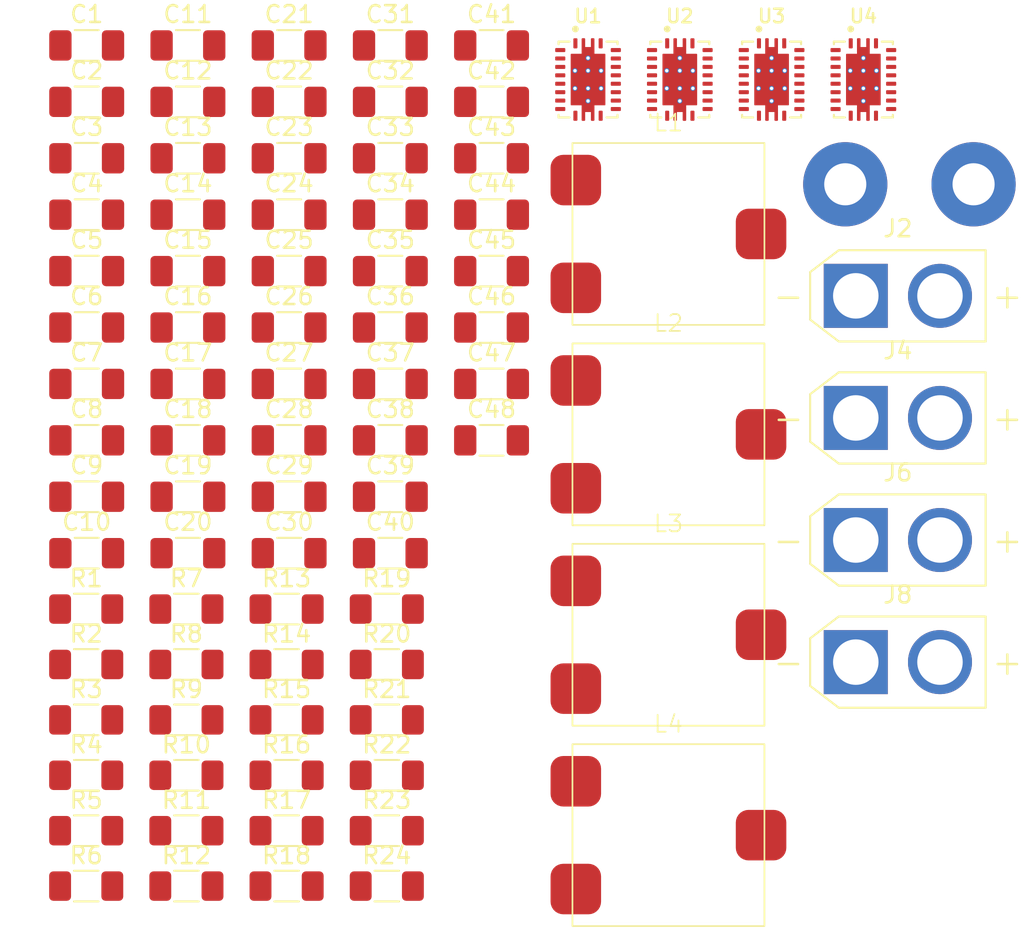
<source format=kicad_pcb>
(kicad_pcb (version 20221018) (generator pcbnew)
  (layers (0 "F.Cu" signal) (31 "B.Cu" signal) (34 "B.Paste" user) (35 "F.Paste" user) (36 "B.SilkS" user "B.Silkscreen") (37 "F.SilkS" user "F.Silkscreen") (38 "B.Mask" user) (39 "F.Mask" user) (44 "Edge.Cuts" user))
  (net 0 "")
  (net 1 "Vin+")
  (net 2 "GND")
  (net 3 "Vout1+")
  (net 4 "Net-(U1-EN)")
  (net 5 "Net-(U1-COMP)")
  (net 6 "Net-(C7-Pad1)")
  (net 7 "Net-(U1-BOOT)")
  (net 8 "Net-(C12-Pad2)")
  (net 9 "Net-(U1-SS)")
  (net 10 "Net-(U2-BOOT)")
  (net 11 "Net-(C16-Pad2)")
  (net 12 "Net-(U2-SS)")
  (net 13 "Net-(U2-EN)")
  (net 14 "Vout2+")
  (net 15 "Net-(U2-COMP)")
  (net 16 "Net-(C22-Pad1)")
  (net 17 "Net-(U3-BOOT)")
  (net 18 "Net-(C28-Pad2)")
  (net 19 "Net-(U3-SS)")
  (net 20 "Net-(U3-EN)")
  (net 21 "Vout3+")
  (net 22 "Net-(U3-COMP)")
  (net 23 "Net-(C34-Pad1)")
  (net 24 "Net-(U4-BOOT)")
  (net 25 "Net-(C40-Pad2)")
  (net 26 "Net-(U4-SS)")
  (net 27 "Net-(U4-EN)")
  (net 28 "Vout4+")
  (net 29 "Net-(U4-COMP)")
  (net 30 "Net-(C46-Pad1)")
  (net 31 "Net-(U1-FSW)")
  (net 32 "Net-(U1-ILIM)")
  (net 33 "Net-(U1-FB)")
  (net 34 "Net-(R5-Pad1)")
  (net 35 "Net-(U2-FSW)")
  (net 36 "Net-(U2-ILIM)")
  (net 37 "Net-(U2-FB)")
  (net 38 "Net-(R11-Pad2)")
  (net 39 "Net-(U3-FSW)")
  (net 40 "Net-(U3-ILIM)")
  (net 41 "Net-(U3-FB)")
  (net 42 "Net-(R17-Pad2)")
  (net 43 "Net-(U4-FSW)")
  (net 44 "Net-(U4-ILIM)")
  (net 45 "Net-(U4-FB)")
  (net 46 "Net-(R23-Pad2)")
  (footprint "Resistor_SMD:R_1206_3216Metric_Pad1.30x1.75mm_HandSolder" (layer "F.Cu") (at 164.4 115.202)
    (fp_text reference "R14" (at 0 -1.82) (layer "F.SilkS"))
    (fp_text value "100k, 1/10W")
    (pad "1" smd roundrect (at -1.55 0) (size 1.3 1.75) (layers "F.Cu" "F.Paste" "F.Mask") (roundrect_rratio 0.192308) (net 40 "Net-(U3-ILIM)"))
    (pad "2" smd roundrect (at 1.55 0) (size 1.3 1.75) (layers "F.Cu" "F.Paste" "F.Mask") (roundrect_rratio 0.192308) (net 2 "GND"))
  )
  (footprint "Capacitor_SMD:C_1206_3216Metric_Pad1.33x1.80mm_HandSolder" (layer "F.Cu") (at 176.57 95.192)
    (fp_text reference "C46" (at 0 -1.85) (layer "F.SilkS"))
    (fp_text value "4700pF, 50V")
    (pad "1" smd roundrect (at -1.5625 0) (size 1.325 1.8) (layers "F.Cu" "F.Paste" "F.Mask") (roundrect_rratio 0.188679) (net 30 "Net-(C46-Pad1)"))
    (pad "2" smd roundrect (at 1.5625 0) (size 1.325 1.8) (layers "F.Cu" "F.Paste" "F.Mask") (roundrect_rratio 0.188679) (net 2 "GND"))
  )
  (footprint "Resistor_SMD:R_1206_3216Metric_Pad1.30x1.75mm_HandSolder" (layer "F.Cu") (at 170.35 125.072)
    (fp_text reference "R23" (at 0 -1.82) (layer "F.SilkS"))
    (fp_text value "850k, 1/10W")
    (pad "1" smd roundrect (at -1.55 0) (size 1.3 1.75) (layers "F.Cu" "F.Paste" "F.Mask") (roundrect_rratio 0.192308) (net 45 "Net-(U4-FB)"))
    (pad "2" smd roundrect (at 1.55 0) (size 1.3 1.75) (layers "F.Cu" "F.Paste" "F.Mask") (roundrect_rratio 0.192308) (net 46 "Net-(R23-Pad2)"))
  )
  (footprint "Capacitor_SMD:C_1206_3216Metric_Pad1.33x1.80mm_HandSolder" (layer "F.Cu") (at 152.53 91.842)
    (fp_text reference "C5" (at 0 -1.85) (layer "F.SilkS"))
    (fp_text value "4.7uF, 10V")
    (pad "1" smd roundrect (at -1.5625 0) (size 1.325 1.8) (layers "F.Cu" "F.Paste" "F.Mask") (roundrect_rratio 0.188679) (net 4 "Net-(U1-EN)"))
    (pad "2" smd roundrect (at 1.5625 0) (size 1.325 1.8) (layers "F.Cu" "F.Paste" "F.Mask") (roundrect_rratio 0.188679) (net 2 "GND"))
  )
  (footprint "Capacitor_SMD:C_1206_3216Metric_Pad1.33x1.80mm_HandSolder" (layer "F.Cu") (at 158.54 101.892)
    (fp_text reference "C18" (at 0 -1.85) (layer "F.SilkS"))
    (fp_text value "0.047uF, 50V")
    (pad "1" smd roundrect (at -1.5625 0) (size 1.325 1.8) (layers "F.Cu" "F.Paste" "F.Mask") (roundrect_rratio 0.188679) (net 12 "Net-(U2-SS)"))
    (pad "2" smd roundrect (at 1.5625 0) (size 1.325 1.8) (layers "F.Cu" "F.Paste" "F.Mask") (roundrect_rratio 0.188679) (net 2 "GND"))
  )
  (footprint "@3pare:FDA1055-H-2R2M" (layer "F.Cu") (at 187.075 113.437)
    (fp_text reference "L3" (at 0 -6.6 unlocked) (layer "F.SilkS") (effects (font (thickness 0.1))))
    (fp_text value "2.2uH")
    (pad "" smd roundrect (at 5.5 0 90) (size 3 3) (layers "F.Cu" "F.Paste" "F.Mask"))
    (pad "1" smd roundrect (at -5.5 -3.2 90) (size 3 3) (layers "F.Cu" "F.Paste" "F.Mask") (net 1 "Vin+"))
    (pad "2" smd roundrect (at -5.5 3.2 90) (size 3 3) (layers "F.Cu" "F.Paste" "F.Mask") (net 18 "Net-(C28-Pad2)"))
  )
  (footprint "@3pare:FDA1055-H-2R2M" (layer "F.Cu") (at 187.075 89.637)
    (fp_text reference "L1" (at 0 -6.6 unlocked) (layer "F.SilkS") (effects (font (thickness 0.1))))
    (fp_text value "2.2uH")
    (pad "" smd roundrect (at 5.5 0 90) (size 3 3) (layers "F.Cu" "F.Paste" "F.Mask"))
    (pad "1" smd roundrect (at -5.5 -3.2 90) (size 3 3) (layers "F.Cu" "F.Paste" "F.Mask") (net 1 "Vin+"))
    (pad "2" smd roundrect (at -5.5 3.2 90) (size 3 3) (layers "F.Cu" "F.Paste" "F.Mask") (net 8 "Net-(C12-Pad2)"))
  )
  (footprint "Capacitor_SMD:C_1206_3216Metric_Pad1.33x1.80mm_HandSolder" (layer "F.Cu") (at 152.53 78.442)
    (fp_text reference "C1" (at 0 -1.85) (layer "F.SilkS"))
    (fp_text value "220uF, 25V")
    (pad "1" smd roundrect (at -1.5625 0) (size 1.325 1.8) (layers "F.Cu" "F.Paste" "F.Mask") (roundrect_rratio 0.188679) (net 1 "Vin+"))
    (pad "2" smd roundrect (at 1.5625 0) (size 1.325 1.8) (layers "F.Cu" "F.Paste" "F.Mask") (roundrect_rratio 0.188679) (net 2 "GND"))
  )
  (footprint "Resistor_SMD:R_1206_3216Metric_Pad1.30x1.75mm_HandSolder" (layer "F.Cu") (at 170.35 121.782)
    (fp_text reference "R22" (at 0 -1.82) (layer "F.SilkS"))
    (fp_text value "150k, 1/10W")
    (pad "1" smd roundrect (at -1.55 0) (size 1.3 1.75) (layers "F.Cu" "F.Paste" "F.Mask") (roundrect_rratio 0.192308) (net 2 "GND"))
    (pad "2" smd roundrect (at 1.55 0) (size 1.3 1.75) (layers "F.Cu" "F.Paste" "F.Mask") (roundrect_rratio 0.192308) (net 45 "Net-(U4-FB)"))
  )
  (footprint "Capacitor_SMD:C_1206_3216Metric_Pad1.33x1.80mm_HandSolder" (layer "F.Cu") (at 164.55 88.492)
    (fp_text reference "C24" (at 0 -1.85) (layer "F.SilkS"))
    (fp_text value "47uF, 16V")
    (pad "1" smd roundrect (at -1.5625 0) (size 1.325 1.8) (layers "F.Cu" "F.Paste" "F.Mask") (roundrect_rratio 0.188679) (net 14 "Vout2+"))
    (pad "2" smd roundrect (at 1.5625 0) (size 1.325 1.8) (layers "F.Cu" "F.Paste" "F.Mask") (roundrect_rratio 0.188679) (net 2 "GND"))
  )
  (footprint "@3pare:tps61088" (layer "F.Cu") (at 198.65 80.467)
    (fp_text reference "U4" (at 0 -3.76599) (layer "F.SilkS") (effects (font (size 0.80148 0.80148))))
    (fp_text value "~")
    (pad "1" smd roundrect (at -0.75 -2.15) (size 0.24 0.6) (layers "F.Cu" "F.Paste" "F.Mask") (roundrect_rratio 0.21) (net 27 "Net-(U4-EN)"))
    (pad "2" smd roundrect (at -1.65 -1.75) (size 0.6 0.24) (layers "F.Cu" "F.Paste" "F.Mask") (roundrect_rratio 0.21) (net 27 "Net-(U4-EN)"))
    (pad "3" smd roundrect (at -1.65 -1.25) (size 0.6 0.24) (layers "F.Cu" "F.Paste" "F.Mask") (roundrect_rratio 0.21) (net 43 "Net-(U4-FSW)"))
    (pad "4" smd roundrect (at -1.65 -0.75) (size 0.6 0.24) (layers "F.Cu" "F.Paste" "F.Mask") (roundrect_rratio 0.21) (net 25 "Net-(C40-Pad2)"))
    (pad "5" smd roundrect (at -1.65 -0.25) (size 0.6 0.24) (layers "F.Cu" "F.Paste" "F.Mask") (roundrect_rratio 0.21) (net 25 "Net-(C40-Pad2)"))
    (pad "6" smd roundrect (at -1.65 0.25) (size 0.6 0.24) (layers "F.Cu" "F.Paste" "F.Mask") (roundrect_rratio 0.21) (net 25 "Net-(C40-Pad2)"))
    (pad "7" smd roundrect (at -1.65 0.75) (size 0.6 0.24) (layers "F.Cu" "F.Paste" "F.Mask") (roundrect_rratio 0.21) (net 25 "Net-(C40-Pad2)"))
    (pad "8" smd roundrect (at -1.65 1.25) (size 0.6 0.24) (layers "F.Cu" "F.Paste" "F.Mask") (roundrect_rratio 0.21) (net 24 "Net-(U4-BOOT)"))
    (pad "9" smd roundrect (at -1.65 1.75) (size 0.6 0.24) (layers "F.Cu" "F.Paste" "F.Mask") (roundrect_rratio 0.21) (net 1 "Vin+"))
    (pad "10" smd roundrect (at -0.75 2.15) (size 0.24 0.6) (layers "F.Cu" "F.Paste" "F.Mask") (roundrect_rratio 0.21) (net 26 "Net-(U4-SS)"))
    (pad "11" smd roundrect (at 0.75 2.15) (size 0.24 0.6) (layers "F.Cu" "F.Paste" "F.Mask") (roundrect_rratio 0.21) (net 2 "GND"))
    (pad "12" smd roundrect (at 1.65 1.75) (size 0.6 0.24) (layers "F.Cu" "F.Paste" "F.Mask") (roundrect_rratio 0.21) (net 2 "GND"))
    (pad "13" smd roundrect (at 1.65 1.25) (size 0.6 0.24) (layers "F.Cu" "F.Paste" "F.Mask") (roundrect_rratio 0.21) (net 2 "GND"))
    (pad "14" smd roundrect (at 1.65 0.75) (size 0.6 0.24) (layers "F.Cu" "F.Paste" "F.Mask") (roundrect_rratio 0.21) (net 28 "Vout4+"))
    (pad "15" smd roundrect (at 1.65 0.25) (size 0.6 0.24) (layers "F.Cu" "F.Paste" "F.Mask") (roundrect_rratio 0.21) (net 28 "Vout4+"))
    (pad "16" smd roundrect (at 1.65 -0.25) (size 0.6 0.24) (layers "F.Cu" "F.Paste" "F.Mask") (roundrect_rratio 0.21) (net 28 "Vout4+"))
    (pad "17" smd roundrect (at 1.65 -0.75) (size 0.6 0.24) (layers "F.Cu" "F.Paste" "F.Mask") (roundrect_rratio 0.21) (net 45 "Net-(U4-FB)"))
    (pad "18" smd roundrect (at 1.65 -1.25) (size 0.6 0.24) (layers "F.Cu" "F.Paste" "F.Mask") (roundrect_rratio 0.21) (net 29 "Net-(U4-COMP)"))
    (pad "19" smd roundrect (at 1.65 -1.75) (size 0.6 0.24) (layers "F.Cu" "F.Paste" "F.Mask") (roundrect_rratio 0.21) (net 44 "Net-(U4-ILIM)"))
    (pad "20" smd roundrect (at 0.75 -2.15) (size 0.24 0.6) (layers "F.Cu" "F.Paste" "F.Mask") (roundrect_rratio 0.21) (net 2 "GND"))
    (pad "21" smd custom (at 0 0) (size 2.05 3.05) (layers "F.Cu" "F.Mask") (net 2 "GND") (options (clearance outline) (anchor rect)) (primitives (gr_poly (pts (xy -0.375 -1.525) (xy -0.375 -2.4) (xy -0.375 -2.403) (xy -0.375 -2.405) (xy -0.374 -2.408) (xy -0.374 -2.41) (xy -0.373 -2.413) (xy -0.373 -2.415) (xy -0.372 -2.418) (xy -0.371 -2.42) (xy -0.37 -2.423) (xy -0.368 -2.425) (xy -0.367 -2.427) (xy -0.365 -2.429) (xy -0.364 -2.431) (xy -0.362 -2.433) (xy -0.36 -2.435) (xy -0.358 -2.437) (xy -0.356 -2.439) (xy -0.354 -2.44) (xy -0.352 -2.442) (xy -0.35 -2.443) (xy -0.348 -2.445) (xy -0.345 -2.446) (xy -0.343 -2.447) (xy -0.34 -2.448) (xy -0.338 -2.448) (xy -0.335 -2.449) (xy -0.333 -2.449) (xy -0.33 -2.45) (xy -0.328 -2.45) (xy -0.325 -2.45) (xy -0.225 -2.45) (xy -0.222 -2.45) (xy -0.22 -2.45) (xy -0.217 -2.449) (xy -0.215 -2.449) (xy -0.212 -2.448) (xy -0.21 -2.448) (xy -0.207 -2.447) (xy -0.205 -2.446) (xy -0.202 -2.445) (xy -0.2 -2.443) (xy -0.198 -2.442) (xy -0.196 -2.44) (xy -0.194 -2.439) (xy -0.192 -2.437) (xy -0.19 -2.435) (xy -0.188 -2.433) (xy -0.186 -2.431) (xy -0.185 -2.429) (xy -0.183 -2.427) (xy -0.182 -2.425) (xy -0.18 -2.423) (xy -0.179 -2.42) (xy -0.178 -2.418) (xy -0.177 -2.415) (xy -0.177 -2.413) (xy -0.176 -2.41) (xy -0.176 -2.408) (xy -0.175 -2.405) (xy -0.175 -2.403) (xy -0.175 -2.4) (xy -0.175 -1.925) (xy 0.175 -1.925) (xy 0.175 -2.4) (xy 0.175 -2.403) (xy 0.175 -2.405) (xy 0.176 -2.408) (xy 0.176 -2.41) (xy 0.177 -2.413) (xy 0.177 -2.415) (xy 0.178 -2.418) (xy 0.179 -2.42) (xy 0.18 -2.423) (xy 0.182 -2.425) (xy 0.183 -2.427) (xy 0.185 -2.429) (xy 0.186 -2.431) (xy 0.188 -2.433) (xy 0.19 -2.435) (xy 0.192 -2.437) (xy 0.194 -2.439) (xy 0.196 -2.44) (xy 0.198 -2.442) (xy 0.2 -2.443) (xy 0.202 -2.445) (xy 0.205 -2.446) (xy 0.207 -2.447) (xy 0.21 -2.448) (xy 0.212 -2.448) (xy 0.215 -2.449) (xy 0.217 -2.449) (xy 0.22 -2.45) (xy 0.222 -2.45) (xy 0.225 -2.45) (xy 0.325 -2.45) (xy 0.328 -2.45) (xy 0.33 -2.45) (xy 0.333 -2.449) (xy 0.335 -2.449) (xy 0.338 -2.448) (xy 0.34 -2.448) (xy 0.343 -2.447) (xy 0.345 -2.446) (xy 0.348 -2.445) (xy 0.35 -2.443) (xy 0.352 -2.442) (xy 0.354 -2.44) (xy 0.356 -2.439) (xy 0.358 -2.437) (xy 0.36 -2.435) (xy 0.362 -2.433) (xy 0.364 -2.431) (xy 0.365 -2.429) (xy 0.367 -2.427) (xy 0.368 -2.425) (xy 0.37 -2.423) (xy 0.371 -2.42) (xy 0.372 -2.418) (xy 0.373 -2.415) (xy 0.373 -2.413) (xy 0.374 -2.41) (xy 0.374 -2.408) (xy 0.375 -2.405) (xy 0.375 -2.403) (xy 0.375 -2.4) (xy 0.375 -1.525) (xy 0.975 -1.525) (xy 0.978 -1.525) (xy 0.98 -1.525) (xy 0.983 -1.524) (xy 0.985 -1.524) (xy 0.988 -1.523) (xy 0.99 -1.523) (xy 0.993 -1.522) (xy 0.995 -1.521) (xy 0.998 -1.52) (xy 1 -1.518) (xy 1.002 -1.517) (xy 1.004 -1.515) (xy 1.006 -1.514) (xy 1.008 -1.512) (xy 1.01 -1.51) (xy 1.012 -1.508) (xy 1.014 -1.506) (xy 1.015 -1.504) (xy 1.017 -1.502) (xy 1.018 -1.5) (xy 1.02 -1.498) (xy 1.021 -1.495) (xy 1.022 -1.493) (xy 1.023 -1.49) (xy 1.023 -1.488) (xy 1.024 -1.485) (xy 1.024 -1.483) (xy 1.025 -1.48) (xy 1.025 -1.478) (xy 1.025 -1.475) (xy 1.025 1.475) (xy 1.025 1.478) (xy 1.025 1.48) (xy 1.024 1.483) (xy 1.024 1.485) (xy 1.023 1.488) (xy 1.023 1.49) (xy 1.022 1.493) (xy 1.021 1.495) (xy 1.02 1.498) (xy 1.018 1.5) (xy 1.017 1.502) (xy 1.015 1.504) (xy 1.014 1.506) (xy 1.012 1.508) (xy 1.01 1.51) (xy 1.008 1.512) (xy 1.006 1.514) (xy 1.004 1.515) (xy 1.002 1.517) (xy 1 1.518) (xy 0.998 1.52) (xy 0.995 1.521) (xy 0.993 1.522) (xy 0.99 1.523) (xy 0.988 1.523) (xy 0.985 1.524) (xy 0.983 1.524) (xy 0.98 1.525) (xy 0.978 1.525) (xy 0.975 1.525) (xy 0.375 1.525) (xy 0.375 2.4) (xy 0.375 2.403) (xy 0.375 2.405) (xy 0.374 2.408) (xy 0.374 2.41) (xy 0.373 2.413) (xy 0.373 2.415) (xy 0.372 2.418) (xy 0.371 2.42) (xy 0.37 2.423) (xy 0.368 2.425) (xy 0.367 2.427) (xy 0.365 2.429) (xy 0.364 2.431) (xy 0.362 2.433) (xy 0.36 2.435) (xy 0.358 2.437) (xy 0.356 2.439) (xy 0.354 2.44) (xy 0.352 2.442) (xy 0.35 2.443) (xy 0.348 2.445) (xy 0.345 2.446) (xy 0.343 2.447) (xy 0.34 2.448) (xy 0.338 2.448) (xy 0.335 2.449) (xy 0.333 2.449) (xy 0.33 2.45) (xy 0.328 2.45) (xy 0.325 2.45) (xy 0.225 2.45) (xy 0.222 2.45) (xy 0.22 2.45) (xy 0.217 2.449) (xy 0.215 2.449) (xy 0.212 2.448) (xy 0.21 2.448) (xy 0.207 2.447) (xy 0.205 2.446) (xy 0.202 2.445) (xy 0.2 2.443) (xy 0.198 2.442) (xy 0.196 2.44) (xy 0.194 2.439) (xy 0.192 2.437) (xy 0.19 2.435) (xy 0.188 2.433) (xy 0.186 2.431) (xy 0.185 2.429) (xy 0.183 2.427) (xy 0.182 2.425) (xy 0.18 2.423) (xy 0.179 2.42) (xy 0.178 2.418) (xy 0.177 2.415) (xy 0.177 2.413) (xy 0.176 2.41) (xy 0.176 2.408) (xy 0.175 2.405) (xy 0.175 2.403) (xy 0.175 2.4) (xy 0.175 1.925) (xy -0.175 1.925) (xy -0.175 2.4) (xy -0.175 2.403) (xy -0.175 2.405) (xy -0.176 2.408) (xy -0.176 2.41) (xy -0.177 2.413) (xy -0.177 2.415) (xy -0.178 2.418) (xy -0.179 2.42) (xy -0.18 2.423) (xy -0.182 2.425) (xy -0.183 2.427) (xy -0.185 2.429) (xy -0.186 2.431) (xy -0.188 2.433) (xy -0.19 2.435) (xy -0.192 2.437) (xy -0.194 2.439) (xy -0.196 2.44) (xy -0.198 2.442) (xy -0.2 2.443) (xy -0.202 2.445) (xy -0.205 2.446) (xy -0.207 2.447) (xy -0.21 2.448) (xy -0.212 2.448) (xy -0.215 2.449) (xy -0.217 2.449) (xy -0.22 2.45) (xy -0.222 2.45) (xy -0.225 2.45) (xy -0.325 2.45) (xy -0.328 2.45) (xy -0.33 2.45) (xy -0.333 2.449) (xy -0.335 2.449) (xy -0.338 2.448) (xy -0.34 2.448) (xy -0.343 2.447) (xy -0.345 2.446) (xy -0.348 2.445) (xy -0.35 2.443) (xy -0.352 2.442) (xy -0.354 2.44) (xy -0.356 2.439) (xy -0.358 2.437) (xy -0.36 2.435) (xy -0.362 2.433) (xy -0.364 2.431) (xy -0.365 2.429) (xy -0.367 2.427) (xy -0.368 2.425) (xy -0.37 2.423) (xy -0.371 2.42) (xy -0.372 2.418) (xy -0.373 2.415) (xy -0.373 2.413) (xy -0.374 2.41) (xy -0.374 2.408) (xy -0.375 2.405) (xy -0.375 2.403) (xy -0.375 2.4) (xy -0.375 1.525) (xy -0.975 1.525) (xy -0.978 1.525) (xy -0.98 1.525) (xy -0.983 1.524) (xy -0.985 1.524) (xy -0.988 1.523) (xy -0.99 1.523) (xy -0.993 1.522) (xy -0.995 1.521) (xy -0.998 1.52) (xy -1 1.518) (xy -1.002 1.517) (xy -1.004 1.515) (xy -1.006 1.514) (xy -1.008 1.512) (xy -1.01 1.51) (xy -1.012 1.508) (xy -1.014 1.506) (xy -1.015 1.504) (xy -1.017 1.502) (xy -1.018 1.5) (xy -1.02 1.498) (xy -1.021 1.495) (xy -1.022 1.493) (xy -1.023 1.49) (xy -1.023 1.488) (xy -1.024 1.485) (xy -1.024 1.483) (xy -1.025 1.48) (xy -1.025 1.478) (xy -1.025 1.475) (xy -1.025 -1.475) (xy -1.025 -1.478) (xy -1.025 -1.48) (xy -1.024 -1.483) (xy -1.024 -1.485) (xy -1.023 -1.488) (xy -1.023 -1.49) (xy -1.022 -1.493) (xy -1.021 -1.495) (xy -1.02 -1.498) (xy -1.018 -1.5) (xy -1.017 -1.502) (xy -1.015 -1.504) (xy -1.014 -1.506) (xy -1.012 -1.508) (xy -1.01 -1.51) (xy -1.008 -1.512) (xy -1.006 -1.514) (xy -1.004 -1.515) (xy -1.002 -1.517) (xy -1 -1.518) (xy -0.998 -1.52) (xy -0.995 -1.521) (xy -0.993 -1.522) (xy -0.99 -1.523) (xy -0.988 -1.523) (xy -0.985 -1.524) (xy -0.983 -1.524) (xy -0.98 -1.525) (xy -0.978 -1.525) (xy -0.975 -1.525) (xy -0.375 -1.525)) (width 0.01) (fill yes))))
    (pad "22" thru_hole circle (at 0 -1.275) (size 0.3 0.3) (drill 0.2) (layers "*.Cu" "*.Mask"))
    (pad "23" thru_hole circle (at -0.775 -0.525) (size 0.3 0.3) (drill 0.2) (layers "*.Cu" "*.Mask"))
    (pad "24" thru_hole circle (at 0 -0.525) (size 0.3 0.3) (drill 0.2) (layers "*.Cu" "*.Mask"))
    (pad "25" thru_hole circle (at 0.775 -0.525) (size 0.3 0.3) (drill 0.2) (layers "*.Cu" "*.Mask"))
    (pad "26" thru_hole circle (at -0.775 0.525) (size 0.3 0.3) (drill 0.2) (layers "*.Cu" "*.Mask"))
    (pad "27" thru_hole circle (at 0 0.525) (size 0.3 0.3) (drill 0.2) (layers "*.Cu" "*.Mask"))
    (pad "28" thru_hole circle (at 0.775 0.525) (size 0.3 0.3) (drill 0.2) (layers "*.Cu" "*.Mask"))
    (pad "29" thru_hole circle (at 0 1.275) (size 0.3 0.3) (drill 0.2) (layers "*.Cu" "*.Mask"))
  )
  (footprint "Capacitor_SMD:C_1206_3216Metric_Pad1.33x1.80mm_HandSolder" (layer "F.Cu") (at 158.54 91.842)
    (fp_text reference "C15" (at 0 -1.85) (layer "F.SilkS"))
    (fp_text value "1uF, 25V")
    (pad "1" smd roundrect (at -1.5625 0) (size 1.325 1.8) (layers "F.Cu" "F.Paste" "F.Mask") (roundrect_rratio 0.188679) (net 1 "Vin+"))
    (pad "2" smd roundrect (at 1.5625 0) (size 1.325 1.8) (layers "F.Cu" "F.Paste" "F.Mask") (roundrect_rratio 0.188679) (net 2 "GND"))
  )
  (footprint "Capacitor_SMD:C_1206_3216Metric_Pad1.33x1.80mm_HandSolder" (layer "F.Cu") (at 152.53 95.192)
    (fp_text reference "C6" (at 0 -1.85) (layer "F.SilkS"))
    (fp_text value "470pF, 50V")
    (pad "1" smd roundrect (at -1.5625 0) (size 1.325 1.8) (layers "F.Cu" "F.Paste" "F.Mask") (roundrect_rratio 0.188679) (net 5 "Net-(U1-COMP)"))
    (pad "2" smd roundrect (at 1.5625 0) (size 1.325 1.8) (layers "F.Cu" "F.Paste" "F.Mask") (roundrect_rratio 0.188679) (net 2 "GND"))
  )
  (footprint "Resistor_SMD:R_1206_3216Metric_Pad1.30x1.75mm_HandSolder" (layer "F.Cu") (at 152.5 121.782)
    (fp_text reference "R4" (at 0 -1.82) (layer "F.SilkS"))
    (fp_text value "150k, 1/10W")
    (pad "1" smd roundrect (at -1.55 0) (size 1.3 1.75) (layers "F.Cu" "F.Paste" "F.Mask") (roundrect_rratio 0.192308) (net 2 "GND"))
    (pad "2" smd roundrect (at 1.55 0) (size 1.3 1.75) (layers "F.Cu" "F.Paste" "F.Mask") (roundrect_rratio 0.192308) (net 33 "Net-(U1-FB)"))
  )
  (footprint "Capacitor_SMD:C_1206_3216Metric_Pad1.33x1.80mm_HandSolder" (layer "F.Cu") (at 152.53 108.592)
    (fp_text reference "C10" (at 0 -1.85) (layer "F.SilkS"))
    (fp_text value "0.047uF, 50V")
    (pad "1" smd roundrect (at -1.5625 0) (size 1.325 1.8) (layers "F.Cu" "F.Paste" "F.Mask") (roundrect_rratio 0.188679) (net 9 "Net-(U1-SS)"))
    (pad "2" smd roundrect (at 1.5625 0) (size 1.325 1.8) (layers "F.Cu" "F.Paste" "F.Mask") (roundrect_rratio 0.188679) (net 2 "GND"))
  )
  (footprint "@3pare:tps61088" (layer "F.Cu") (at 187.75 80.467)
    (fp_text reference "U2" (at 0 -3.76599) (layer "F.SilkS") (effects (font (size 0.80148 0.80148))))
    (fp_text value "~")
    (pad "1" smd roundrect (at -0.75 -2.15) (size 0.24 0.6) (layers "F.Cu" "F.Paste" "F.Mask") (roundrect_rratio 0.21) (net 13 "Net-(U2-EN)"))
    (pad "2" smd roundrect (at -1.65 -1.75) (size 0.6 0.24) (layers "F.Cu" "F.Paste" "F.Mask") (roundrect_rratio 0.21) (net 13 "Net-(U2-EN)"))
    (pad "3" smd roundrect (at -1.65 -1.25) (size 0.6 0.24) (layers "F.Cu" "F.Paste" "F.Mask") (roundrect_rratio 0.21) (net 35 "Net-(U2-FSW)"))
    (pad "4" smd roundrect (at -1.65 -0.75) (size 0.6 0.24) (layers "F.Cu" "F.Paste" "F.Mask") (roundrect_rratio 0.21) (net 11 "Net-(C16-Pad2)"))
    (pad "5" smd roundrect (at -1.65 -0.25) (size 0.6 0.24) (layers "F.Cu" "F.Paste" "F.Mask") (roundrect_rratio 0.21) (net 11 "Net-(C16-Pad2)"))
    (pad "6" smd roundrect (at -1.65 0.25) (size 0.6 0.24) (layers "F.Cu" "F.Paste" "F.Mask") (roundrect_rratio 0.21) (net 11 "Net-(C16-Pad2)"))
    (pad "7" smd roundrect (at -1.65 0.75) (size 0.6 0.24) (layers "F.Cu" "F.Paste" "F.Mask") (roundrect_rratio 0.21) (net 11 "Net-(C16-Pad2)"))
    (pad "8" smd roundrect (at -1.65 1.25) (size 0.6 0.24) (layers "F.Cu" "F.Paste" "F.Mask") (roundrect_rratio 0.21) (net 10 "Net-(U2-BOOT)"))
    (pad "9" smd roundrect (at -1.65 1.75) (size 0.6 0.24) (layers "F.Cu" "F.Paste" "F.Mask") (roundrect_rratio 0.21) (net 1 "Vin+"))
    (pad "10" smd roundrect (at -0.75 2.15) (size 0.24 0.6) (layers "F.Cu" "F.Paste" "F.Mask") (roundrect_rratio 0.21) (net 12 "Net-(U2-SS)"))
    (pad "11" smd roundrect (at 0.75 2.15) (size 0.24 0.6) (layers "F.Cu" "F.Paste" "F.Mask") (roundrect_rratio 0.21) (net 2 "GND"))
    (pad "12" smd roundrect (at 1.65 1.75) (size 0.6 0.24) (layers "F.Cu" "F.Paste" "F.Mask") (roundrect_rratio 0.21) (net 2 "GND"))
    (pad "13" smd roundrect (at 1.65 1.25) (size 0.6 0.24) (layers "F.Cu" "F.Paste" "F.Mask") (roundrect_rratio 0.21) (net 2 "GND"))
    (pad "14" smd roundrect (at 1.65 0.75) (size 0.6 0.24) (layers "F.Cu" "F.Paste" "F.Mask") (roundrect_rratio 0.21) (net 14 "Vout2+"))
    (pad "15" smd roundrect (at 1.65 0.25) (size 0.6 0.24) (layers "F.Cu" "F.Paste" "F.Mask") (roundrect_rratio 0.21) (net 14 "Vout2+"))
    (pad "16" smd roundrect (at 1.65 -0.25) (size 0.6 0.24) (layers "F.Cu" "F.Paste" "F.Mask") (roundrect_rratio 0.21) (net 14 "Vout2+"))
    (pad "17" smd roundrect (at 1.65 -0.75) (size 0.6 0.24) (layers "F.Cu" "F.Paste" "F.Mask") (roundrect_rratio 0.21) (net 37 "Net-(U2-FB)"))
    (pad "18" smd roundrect (at 1.65 -1.25) (size 0.6 0.24) (layers "F.Cu" "F.Paste" "F.Mask") (roundrect_rratio 0.21) (net 15 "Net-(U2-COMP)"))
    (pad "19" smd roundrect (at 1.65 -1.75) (size 0.6 0.24) (layers "F.Cu" "F.Paste" "F.Mask") (roundrect_rratio 0.21) (net 36 "Net-(U2-ILIM)"))
    (pad "20" smd roundrect (at 0.75 -2.15) (size 0.24 0.6) (layers "F.Cu" "F.Paste" "F.Mask") (roundrect_rratio 0.21) (net 2 "GND"))
    (pad "21" smd custom (at 0 0) (size 2.05 3.05) (layers "F.Cu" "F.Mask") (net 2 "GND") (options (clearance outline) (anchor rect)) (primitives (gr_poly (pts (xy -0.375 -1.525) (xy -0.375 -2.4) (xy -0.375 -2.403) (xy -0.375 -2.405) (xy -0.374 -2.408) (xy -0.374 -2.41) (xy -0.373 -2.413) (xy -0.373 -2.415) (xy -0.372 -2.418) (xy -0.371 -2.42) (xy -0.37 -2.423) (xy -0.368 -2.425) (xy -0.367 -2.427) (xy -0.365 -2.429) (xy -0.364 -2.431) (xy -0.362 -2.433) (xy -0.36 -2.435) (xy -0.358 -2.437) (xy -0.356 -2.439) (xy -0.354 -2.44) (xy -0.352 -2.442) (xy -0.35 -2.443) (xy -0.348 -2.445) (xy -0.345 -2.446) (xy -0.343 -2.447) (xy -0.34 -2.448) (xy -0.338 -2.448) (xy -0.335 -2.449) (xy -0.333 -2.449) (xy -0.33 -2.45) (xy -0.328 -2.45) (xy -0.325 -2.45) (xy -0.225 -2.45) (xy -0.222 -2.45) (xy -0.22 -2.45) (xy -0.217 -2.449) (xy -0.215 -2.449) (xy -0.212 -2.448) (xy -0.21 -2.448) (xy -0.207 -2.447) (xy -0.205 -2.446) (xy -0.202 -2.445) (xy -0.2 -2.443) (xy -0.198 -2.442) (xy -0.196 -2.44) (xy -0.194 -2.439) (xy -0.192 -2.437) (xy -0.19 -2.435) (xy -0.188 -2.433) (xy -0.186 -2.431) (xy -0.185 -2.429) (xy -0.183 -2.427) (xy -0.182 -2.425) (xy -0.18 -2.423) (xy -0.179 -2.42) (xy -0.178 -2.418) (xy -0.177 -2.415) (xy -0.177 -2.413) (xy -0.176 -2.41) (xy -0.176 -2.408) (xy -0.175 -2.405) (xy -0.175 -2.403) (xy -0.175 -2.4) (xy -0.175 -1.925) (xy 0.175 -1.925) (xy 0.175 -2.4) (xy 0.175 -2.403) (xy 0.175 -2.405) (xy 0.176 -2.408) (xy 0.176 -2.41) (xy 0.177 -2.413) (xy 0.177 -2.415) (xy 0.178 -2.418) (xy 0.179 -2.42) (xy 0.18 -2.423) (xy 0.182 -2.425) (xy 0.183 -2.427) (xy 0.185 -2.429) (xy 0.186 -2.431) (xy 0.188 -2.433) (xy 0.19 -2.435) (xy 0.192 -2.437) (xy 0.194 -2.439) (xy 0.196 -2.44) (xy 0.198 -2.442) (xy 0.2 -2.443) (xy 0.202 -2.445) (xy 0.205 -2.446) (xy 0.207 -2.447) (xy 0.21 -2.448) (xy 0.212 -2.448) (xy 0.215 -2.449) (xy 0.217 -2.449) (xy 0.22 -2.45) (xy 0.222 -2.45) (xy 0.225 -2.45) (xy 0.325 -2.45) (xy 0.328 -2.45) (xy 0.33 -2.45) (xy 0.333 -2.449) (xy 0.335 -2.449) (xy 0.338 -2.448) (xy 0.34 -2.448) (xy 0.343 -2.447) (xy 0.345 -2.446) (xy 0.348 -2.445) (xy 0.35 -2.443) (xy 0.352 -2.442) (xy 0.354 -2.44) (xy 0.356 -2.439) (xy 0.358 -2.437) (xy 0.36 -2.435) (xy 0.362 -2.433) (xy 0.364 -2.431) (xy 0.365 -2.429) (xy 0.367 -2.427) (xy 0.368 -2.425) (xy 0.37 -2.423) (xy 0.371 -2.42) (xy 0.372 -2.418) (xy 0.373 -2.415) (xy 0.373 -2.413) (xy 0.374 -2.41) (xy 0.374 -2.408) (xy 0.375 -2.405) (xy 0.375 -2.403) (xy 0.375 -2.4) (xy 0.375 -1.525) (xy 0.975 -1.525) (xy 0.978 -1.525) (xy 0.98 -1.525) (xy 0.983 -1.524) (xy 0.985 -1.524) (xy 0.988 -1.523) (xy 0.99 -1.523) (xy 0.993 -1.522) (xy 0.995 -1.521) (xy 0.998 -1.52) (xy 1 -1.518) (xy 1.002 -1.517) (xy 1.004 -1.515) (xy 1.006 -1.514) (xy 1.008 -1.512) (xy 1.01 -1.51) (xy 1.012 -1.508) (xy 1.014 -1.506) (xy 1.015 -1.504) (xy 1.017 -1.502) (xy 1.018 -1.5) (xy 1.02 -1.498) (xy 1.021 -1.495) (xy 1.022 -1.493) (xy 1.023 -1.49) (xy 1.023 -1.488) (xy 1.024 -1.485) (xy 1.024 -1.483) (xy 1.025 -1.48) (xy 1.025 -1.478) (xy 1.025 -1.475) (xy 1.025 1.475) (xy 1.025 1.478) (xy 1.025 1.48) (xy 1.024 1.483) (xy 1.024 1.485) (xy 1.023 1.488) (xy 1.023 1.49) (xy 1.022 1.493) (xy 1.021 1.495) (xy 1.02 1.498) (xy 1.018 1.5) (xy 1.017 1.502) (xy 1.015 1.504) (xy 1.014 1.506) (xy 1.012 1.508) (xy 1.01 1.51) (xy 1.008 1.512) (xy 1.006 1.514) (xy 1.004 1.515) (xy 1.002 1.517) (xy 1 1.518) (xy 0.998 1.52) (xy 0.995 1.521) (xy 0.993 1.522) (xy 0.99 1.523) (xy 0.988 1.523) (xy 0.985 1.524) (xy 0.983 1.524) (xy 0.98 1.525) (xy 0.978 1.525) (xy 0.975 1.525) (xy 0.375 1.525) (xy 0.375 2.4) (xy 0.375 2.403) (xy 0.375 2.405) (xy 0.374 2.408) (xy 0.374 2.41) (xy 0.373 2.413) (xy 0.373 2.415) (xy 0.372 2.418) (xy 0.371 2.42) (xy 0.37 2.423) (xy 0.368 2.425) (xy 0.367 2.427) (xy 0.365 2.429) (xy 0.364 2.431) (xy 0.362 2.433) (xy 0.36 2.435) (xy 0.358 2.437) (xy 0.356 2.439) (xy 0.354 2.44) (xy 0.352 2.442) (xy 0.35 2.443) (xy 0.348 2.445) (xy 0.345 2.446) (xy 0.343 2.447) (xy 0.34 2.448) (xy 0.338 2.448) (xy 0.335 2.449) (xy 0.333 2.449) (xy 0.33 2.45) (xy 0.328 2.45) (xy 0.325 2.45) (xy 0.225 2.45) (xy 0.222 2.45) (xy 0.22 2.45) (xy 0.217 2.449) (xy 0.215 2.449) (xy 0.212 2.448) (xy 0.21 2.448) (xy 0.207 2.447) (xy 0.205 2.446) (xy 0.202 2.445) (xy 0.2 2.443) (xy 0.198 2.442) (xy 0.196 2.44) (xy 0.194 2.439) (xy 0.192 2.437) (xy 0.19 2.435) (xy 0.188 2.433) (xy 0.186 2.431) (xy 0.185 2.429) (xy 0.183 2.427) (xy 0.182 2.425) (xy 0.18 2.423) (xy 0.179 2.42) (xy 0.178 2.418) (xy 0.177 2.415) (xy 0.177 2.413) (xy 0.176 2.41) (xy 0.176 2.408) (xy 0.175 2.405) (xy 0.175 2.403) (xy 0.175 2.4) (xy 0.175 1.925) (xy -0.175 1.925) (xy -0.175 2.4) (xy -0.175 2.403) (xy -0.175 2.405) (xy -0.176 2.408) (xy -0.176 2.41) (xy -0.177 2.413) (xy -0.177 2.415) (xy -0.178 2.418) (xy -0.179 2.42) (xy -0.18 2.423) (xy -0.182 2.425) (xy -0.183 2.427) (xy -0.185 2.429) (xy -0.186 2.431) (xy -0.188 2.433) (xy -0.19 2.435) (xy -0.192 2.437) (xy -0.194 2.439) (xy -0.196 2.44) (xy -0.198 2.442) (xy -0.2 2.443) (xy -0.202 2.445) (xy -0.205 2.446) (xy -0.207 2.447) (xy -0.21 2.448) (xy -0.212 2.448) (xy -0.215 2.449) (xy -0.217 2.449) (xy -0.22 2.45) (xy -0.222 2.45) (xy -0.225 2.45) (xy -0.325 2.45) (xy -0.328 2.45) (xy -0.33 2.45) (xy -0.333 2.449) (xy -0.335 2.449) (xy -0.338 2.448) (xy -0.34 2.448) (xy -0.343 2.447) (xy -0.345 2.446) (xy -0.348 2.445) (xy -0.35 2.443) (xy -0.352 2.442) (xy -0.354 2.44) (xy -0.356 2.439) (xy -0.358 2.437) (xy -0.36 2.435) (xy -0.362 2.433) (xy -0.364 2.431) (xy -0.365 2.429) (xy -0.367 2.427) (xy -0.368 2.425) (xy -0.37 2.423) (xy -0.371 2.42) (xy -0.372 2.418) (xy -0.373 2.415) (xy -0.373 2.413) (xy -0.374 2.41) (xy -0.374 2.408) (xy -0.375 2.405) (xy -0.375 2.403) (xy -0.375 2.4) (xy -0.375 1.525) (xy -0.975 1.525) (xy -0.978 1.525) (xy -0.98 1.525) (xy -0.983 1.524) (xy -0.985 1.524) (xy -0.988 1.523) (xy -0.99 1.523) (xy -0.993 1.522) (xy -0.995 1.521) (xy -0.998 1.52) (xy -1 1.518) (xy -1.002 1.517) (xy -1.004 1.515) (xy -1.006 1.514) (xy -1.008 1.512) (xy -1.01 1.51) (xy -1.012 1.508) (xy -1.014 1.506) (xy -1.015 1.504) (xy -1.017 1.502) (xy -1.018 1.5) (xy -1.02 1.498) (xy -1.021 1.495) (xy -1.022 1.493) (xy -1.023 1.49) (xy -1.023 1.488) (xy -1.024 1.485) (xy -1.024 1.483) (xy -1.025 1.48) (xy -1.025 1.478) (xy -1.025 1.475) (xy -1.025 -1.475) (xy -1.025 -1.478) (xy -1.025 -1.48) (xy -1.024 -1.483) (xy -1.024 -1.485) (xy -1.023 -1.488) (xy -1.023 -1.49) (xy -1.022 -1.493) (xy -1.021 -1.495) (xy -1.02 -1.498) (xy -1.018 -1.5) (xy -1.017 -1.502) (xy -1.015 -1.504) (xy -1.014 -1.506) (xy -1.012 -1.508) (xy -1.01 -1.51) (xy -1.008 -1.512) (xy -1.006 -1.514) (xy -1.004 -1.515) (xy -1.002 -1.517) (xy -1 -1.518) (xy -0.998 -1.52) (xy -0.995 -1.521) (xy -0.993 -1.522) (xy -0.99 -1.523) (xy -0.988 -1.523) (xy -0.985 -1.524) (xy -0.983 -1.524) (xy -0.98 -1.525) (xy -0.978 -1.525) (xy -0.975 -1.525) (xy -0.375 -1.525)) (width 0.01) (fill yes))))
    (pad "22" thru_hole circle (at 0 -1.275) (size 0.3 0.3) (drill 0.2) (layers "*.Cu" "*.Mask"))
    (pad "23" thru_hole circle (at -0.775 -0.525) (size 0.3 0.3) (drill 0.2) (layers "*.Cu" "*.Mask"))
    (pad "24" thru_hole circle (at 0 -0.525) (size 0.3 0.3) (drill 0.2) (layers "*.Cu" "*.Mask"))
    (pad "25" thru_hole circle (at 0.775 -0.525) (size 0.3 0.3) (drill 0.2) (layers "*.Cu" "*.Mask"))
    (pad "26" thru_hole circle (at -0.775 0.525) (size 0.3 0.3) (drill 0.2) (layers "*.Cu" "*.Mask"))
    (pad "27" thru_hole circle (at 0 0.525) (size 0.3 0.3) (drill 0.2) (layers "*.Cu" "*.Mask"))
    (pad "28" thru_hole circle (at 0.775 0.525) (size 0.3 0.3) (drill 0.2) (layers "*.Cu" "*.Mask"))
    (pad "29" thru_hole circle (at 0 1.275) (size 0.3 0.3) (drill 0.2) (layers "*.Cu" "*.Mask"))
  )
  (footprint "Capacitor_SMD:C_1206_3216Metric_Pad1.33x1.80mm_HandSolder" (layer "F.Cu") (at 176.57 91.842)
    (fp_text reference "C45" (at 0 -1.85) (layer "F.SilkS"))
    (fp_text value "470pF, 50V")
    (pad "1" smd roundrect (at -1.5625 0) (size 1.325 1.8) (layers "F.Cu" "F.Paste" "F.Mask") (roundrect_rratio 0.188679) (net 29 "Net-(U4-COMP)"))
    (pad "2" smd roundrect (at 1.5625 0) (size 1.325 1.8) (layers "F.Cu" "F.Paste" "F.Mask") (roundrect_rratio 0.188679) (net 2 "GND"))
  )
  (footprint "Capacitor_SMD:C_1206_3216Metric_Pad1.33x1.80mm_HandSolder" (layer "F.Cu") (at 170.56 91.842)
    (fp_text reference "C35" (at 0 -1.85) (layer "F.SilkS"))
    (fp_text value "47uF, 16V")
    (pad "1" smd roundrect (at -1.5625 0) (size 1.325 1.8) (layers "F.Cu" "F.Paste" "F.Mask") (roundrect_rratio 0.188679) (net 21 "Vout3+"))
    (pad "2" smd roundrect (at 1.5625 0) (size 1.325 1.8) (layers "F.Cu" "F.Paste" "F.Mask") (roundrect_rratio 0.188679) (net 2 "GND"))
  )
  (footprint "Capacitor_SMD:C_1206_3216Metric_Pad1.33x1.80mm_HandSolder" (layer "F.Cu") (at 164.55 101.892)
    (fp_text reference "C28" (at 0 -1.85) (layer "F.SilkS"))
    (fp_text value "0.1uF, 35V")
    (pad "1" smd roundrect (at -1.5625 0) (size 1.325 1.8) (layers "F.Cu" "F.Paste" "F.Mask") (roundrect_rratio 0.188679) (net 17 "Net-(U3-BOOT)"))
    (pad "2" smd roundrect (at 1.5625 0) (size 1.325 1.8) (layers "F.Cu" "F.Paste" "F.Mask") (roundrect_rratio 0.188679) (net 18 "Net-(C28-Pad2)"))
  )
  (footprint "Capacitor_SMD:C_1206_3216Metric_Pad1.33x1.80mm_HandSolder" (layer "F.Cu") (at 152.53 98.542)
    (fp_text reference "C7" (at 0 -1.85) (layer "F.SilkS"))
    (fp_text value "4700pF, 50V")
    (pad "1" smd roundrect (at -1.5625 0) (size 1.325 1.8) (layers "F.Cu" "F.Paste" "F.Mask") (roundrect_rratio 0.188679) (net 6 "Net-(C7-Pad1)"))
    (pad "2" smd roundrect (at 1.5625 0) (size 1.325 1.8) (layers "F.Cu" "F.Paste" "F.Mask") (roundrect_rratio 0.188679) (net 2 "GND"))
  )
  (footprint "Resistor_SMD:R_1206_3216Metric_Pad1.30x1.75mm_HandSolder" (layer "F.Cu") (at 164.4 125.072)
    (fp_text reference "R17" (at 0 -1.82) (layer "F.SilkS"))
    (fp_text value "850k, 1/10W")
    (pad "1" smd roundrect (at -1.55 0) (size 1.3 1.75) (layers "F.Cu" "F.Paste" "F.Mask") (roundrect_rratio 0.192308) (net 41 "Net-(U3-FB)"))
    (pad "2" smd roundrect (at 1.55 0) (size 1.3 1.75) (layers "F.Cu" "F.Paste" "F.Mask") (roundrect_rratio 0.192308) (net 42 "Net-(R17-Pad2)"))
  )
  (footprint "Resistor_SMD:R_1206_3216Metric_Pad1.30x1.75mm_HandSolder" (layer "F.Cu") (at 152.5 118.492)
    (fp_text reference "R3" (at 0 -1.82) (layer "F.SilkS"))
    (fp_text value "18k, 1/10W")
    (pad "1" smd roundrect (at -1.55 0) (size 1.3 1.75) (layers "F.Cu" "F.Paste" "F.Mask") (roundrect_rratio 0.192308) (net 5 "Net-(U1-COMP)"))
    (pad "2" smd roundrect (at 1.55 0) (size 1.3 1.75) (layers "F.Cu" "F.Paste" "F.Mask") (roundrect_rratio 0.192308) (net 6 "Net-(C7-Pad1)"))
  )
  (footprint "Capacitor_SMD:C_1206_3216Metric_Pad1.33x1.80mm_HandSolder" (layer "F.Cu") (at 170.56 81.792)
    (fp_text reference "C32" (at 0 -1.85) (layer "F.SilkS"))
    (fp_text value "1uF, 25V")
    (pad "1" smd roundrect (at -1.5625 0) (size 1.325 1.8) (layers "F.Cu" "F.Paste" "F.Mask") (roundrect_rratio 0.188679) (net 21 "Vout3+"))
    (pad "2" smd roundrect (at 1.5625 0) (size 1.325 1.8) (layers "F.Cu" "F.Paste" "F.Mask") (roundrect_rratio 0.188679) (net 2 "GND"))
  )
  (footprint "Capacitor_SMD:C_1206_3216Metric_Pad1.33x1.80mm_HandSolder" (layer "F.Cu") (at 176.57 101.892)
    (fp_text reference "C48" (at 0 -1.85) (layer "F.SilkS"))
    (fp_text value "47uF, 16V")
    (pad "1" smd roundrect (at -1.5625 0) (size 1.325 1.8) (layers "F.Cu" "F.Paste" "F.Mask") (roundrect_rratio 0.188679) (net 28 "Vout4+"))
    (pad "2" smd roundrect (at 1.5625 0) (size 1.325 1.8) (layers "F.Cu" "F.Paste" "F.Mask") (roundrect_rratio 0.188679) (net 2 "GND"))
  )
  (footprint "Capacitor_SMD:C_1206_3216Metric_Pad1.33x1.80mm_HandSolder" (layer "F.Cu") (at 152.53 81.792)
    (fp_text reference "C2" (at 0 -1.85) (layer "F.SilkS"))
    (fp_text value "47uF, 16V")
    (pad "1" smd roundrect (at -1.5625 0) (size 1.325 1.8) (layers "F.Cu" "F.Paste" "F.Mask") (roundrect_rratio 0.188679) (net 1 "Vin+"))
    (pad "2" smd roundrect (at 1.5625 0) (size 1.325 1.8) (layers "F.Cu" "F.Paste" "F.Mask") (roundrect_rratio 0.188679) (net 2 "GND"))
  )
  (footprint "Capacitor_SMD:C_1206_3216Metric_Pad1.33x1.80mm_HandSolder" (layer "F.Cu") (at 152.53 101.892)
    (fp_text reference "C8" (at 0 -1.85) (layer "F.SilkS"))
    (fp_text value "0.1uF, 35V")
    (pad "1" smd roundrect (at -1.5625 0) (size 1.325 1.8) (layers "F.Cu" "F.Paste" "F.Mask") (roundrect_rratio 0.188679) (net 7 "Net-(U1-BOOT)"))
    (pad "2" smd roundrect (at 1.5625 0) (size 1.325 1.8) (layers "F.Cu" "F.Paste" "F.Mask") (roundrect_rratio 0.188679) (net 8 "Net-(C12-Pad2)"))
  )
  (footprint "Resistor_SMD:R_1206_3216Metric_Pad1.30x1.75mm_HandSolder" (layer "F.Cu") (at 152.5 128.362)
    (fp_text reference "R6" (at 0 -1.82) (layer "F.SilkS"))
    (fp_text value "850k, 1/10W")
    (pad "1" smd roundrect (at -1.55 0) (size 1.3 1.75) (layers "F.Cu" "F.Paste" "F.Mask") (roundrect_rratio 0.192308) (net 33 "Net-(U1-FB)"))
    (pad "2" smd roundrect (at 1.55 0) (size 1.3 1.75) (layers "F.Cu" "F.Paste" "F.Mask") (roundrect_rratio 0.192308) (net 34 "Net-(R5-Pad1)"))
  )
  (footprint "Connector_AMASS:AMASS_XT30U-M_1x02_P5.0mm_Vertical" (layer "F.Cu") (at 198.2 107.812)
    (fp_text reference "J6" (at 2.5 -4) (layer "F.SilkS"))
    (fp_text value "Conn_01x02_Pin")
    (fp_text user "-" (at -4 0) (layer "F.SilkS") (effects (font (size 1.5 1.5))))
    (fp_text user "+" (at 9 0) (layer "F.SilkS") (effects (font (size 1.5 1.5))))
    (pad "1" thru_hole rect (at 0 0) (size 3.8 3.8) (drill 2.7) (layers "*.Cu" "*.Mask") (net 2 "GND"))
    (pad "2" thru_hole circle (at 5 0) (size 3.8 3.8) (drill 2.7) (layers "*.Cu" "*.Mask") (net 21 "Vout3+"))
  )
  (footprint "Capacitor_SMD:C_1206_3216Metric_Pad1.33x1.80mm_HandSolder" (layer "F.Cu") (at 176.57 85.142)
    (fp_text reference "C43" (at 0 -1.85) (layer "F.SilkS"))
    (fp_text value "4.7uF, 10V")
    (pad "1" smd roundrect (at -1.5625 0) (size 1.325 1.8) (layers "F.Cu" "F.Paste" "F.Mask") (roundrect_rratio 0.188679) (net 27 "Net-(U4-EN)"))
    (pad "2" smd roundrect (at 1.5625 0) (size 1.325 1.8) (layers "F.Cu" "F.Paste" "F.Mask") (roundrect_rratio 0.188679) (net 2 "GND"))
  )
  (footprint "@3pare:FDA1055-H-2R2M" (layer "F.Cu") (at 187.075 125.337)
    (fp_text reference "L4" (at 0 -6.6 unlocked) (layer "F.SilkS") (effects (font (thickness 0.1))))
    (fp_text value "2.2uH")
    (pad "" smd roundrect (at 5.5 0 90) (size 3 3) (layers "F.Cu" "F.Paste" "F.Mask"))
    (pad "1" smd roundrect (at -5.5 -3.2 90) (size 3 3) (layers "F.Cu" "F.Paste" "F.Mask") (net 1 "Vin+"))
    (pad "2" smd roundrect (at -5.5 3.2 90) (size 3 3) (layers "F.Cu" "F.Paste" "F.Mask") (net 25 "Net-(C40-Pad2)"))
  )
  (footprint "Connector_AMASS:AMASS_XT30U-M_1x02_P5.0mm_Vertical" (layer "F.Cu") (at 198.2 100.562)
    (fp_text reference "J4" (at 2.5 -4) (layer "F.SilkS"))
    (fp_text value "Conn_01x02_Pin")
    (fp_text user "-" (at -4 0) (layer "F.SilkS") (effects (font (size 1.5 1.5))))
    (fp_text user "+" (at 9 0) (layer "F.SilkS") (effects (font (size 1.5 1.5))))
    (pad "1" thru_hole rect (at 0 0) (size 3.8 3.8) (drill 2.7) (layers "*.Cu" "*.Mask") (net 2 "GND"))
    (pad "2" thru_hole circle (at 5 0) (size 3.8 3.8) (drill 2.7) (layers "*.Cu" "*.Mask") (net 14 "Vout2+"))
  )
  (footprint "Capacitor_SMD:C_1206_3216Metric_Pad1.33x1.80mm_HandSolder" (layer "F.Cu") (at 170.56 105.242)
    (fp_text reference "C39" (at 0 -1.85) (layer "F.SilkS"))
    (fp_text value "1uF, 25V")
    (pad "1" smd roundrect (at -1.5625 0) (size 1.325 1.8) (layers "F.Cu" "F.Paste" "F.Mask") (roundrect_rratio 0.188679) (net 1 "Vin+"))
    (pad "2" smd roundrect (at 1.5625 0) (size 1.325 1.8) (layers "F.Cu" "F.Paste" "F.Mask") (roundrect_rratio 0.188679) (net 2 "GND"))
  )
  (footprint "Capacitor_SMD:C_1206_3216Metric_Pad1.33x1.80mm_HandSolder" (layer "F.Cu") (at 164.55 78.442)
    (fp_text reference "C21" (at 0 -1.85) (layer "F.SilkS"))
    (fp_text value "470pF, 50V")
    (pad "1" smd roundrect (at -1.5625 0) (size 1.325 1.8) (layers "F.Cu" "F.Paste" "F.Mask") (roundrect_rratio 0.188679) (net 15 "Net-(U2-COMP)"))
    (pad "2" smd roundrect (at 1.5625 0) (size 1.325 1.8) (layers "F.Cu" "F.Paste" "F.Mask") (roundrect_rratio 0.188679) (net 2 "GND"))
  )
  (footprint "Connector_AMASS:AMASS_XT30U-M_1x02_P5.0mm_Vertical" (layer "F.Cu") (at 198.2 115.062)
    (fp_text reference "J8" (at 2.5 -4) (layer "F.SilkS"))
    (fp_text value "Conn_01x02_Pin")
    (fp_text user "-" (at -4 0) (layer "F.SilkS") (effects (font (size 1.5 1.5))))
    (fp_text user "+" (at 9 0) (layer "F.SilkS") (effects (font (size 1.5 1.5))))
    (pad "1" thru_hole rect (at 0 0) (size 3.8 3.8) (drill 2.7) (layers "*.Cu" "*.Mask") (net 2 "GND"))
    (pad "2" thru_hole circle (at 5 0) (size 3.8 3.8) (drill 2.7) (layers "*.Cu" "*.Mask") (net 28 "Vout4+"))
  )
  (footprint "Capacitor_SMD:C_1206_3216Metric_Pad1.33x1.80mm_HandSolder" (layer "F.Cu") (at 170.56 98.542)
    (fp_text reference "C37" (at 0 -1.85) (layer "F.SilkS"))
    (fp_text value "220uF, 25V")
    (pad "1" smd roundrect (at -1.5625 0) (size 1.325 1.8) (layers "F.Cu" "F.Paste" "F.Mask") (roundrect_rratio 0.188679) (net 1 "Vin+"))
    (pad "2" smd roundrect (at 1.5625 0) (size 1.325 1.8) (layers "F.Cu" "F.Paste" "F.Mask") (roundrect_rratio 0.188679) (net 2 "GND"))
  )
  (footprint "@3pare:FDA1055-H-2R2M" (layer "F.Cu") (at 187.075 101.537)
    (fp_text reference "L2" (at 0 -6.6 unlocked) (layer "F.SilkS") (effects (font (thickness 0.1))))
    (fp_text value "2.2uH")
    (pad "" smd roundrect (at 5.5 0 90) (size 3 3) (layers "F.Cu" "F.Paste" "F.Mask"))
    (pad "1" smd roundrect (at -5.5 -3.2 90) (size 3 3) (layers "F.Cu" "F.Paste" "F.Mask") (net 1 "Vin+"))
    (pad "2" smd roundrect (at -5.5 3.2 90) (size 3 3) (layers "F.Cu" "F.Paste" "F.Mask") (net 11 "Net-(C16-Pad2)"))
  )
  (footprint "Capacitor_SMD:C_1206_3216Metric_Pad1.33x1.80mm_HandSolder" (layer "F.Cu") (at 164.55 98.542)
    (fp_text reference "C27" (at 0 -1.85) (layer "F.SilkS"))
    (fp_text value "1uF, 25V")
    (pad "1" smd roundrect (at -1.5625 0) (size 1.325 1.8) (layers "F.Cu" "F.Paste" "F.Mask") (roundrect_rratio 0.188679) (net 1 "Vin+"))
    (pad "2" smd roundrect (at 1.5625 0) (size 1.325 1.8) (layers "F.Cu" "F.Paste" "F.Mask") (roundrect_rratio 0.188679) (net 2 "GND"))
  )
  (footprint "Capacitor_SMD:C_1206_3216Metric_Pad1.33x1.80mm_HandSolder" (layer "F.Cu") (at 164.55 85.142)
    (fp_text reference "C23" (at 0 -1.85) (layer "F.SilkS"))
    (fp_text value "47uF, 16V")
    (pad "1" smd roundrect (at -1.5625 0) (size 1.325 1.8) (layers "F.Cu" "F.Paste" "F.Mask") (roundrect_rratio 0.188679) (net 14 "Vout2+"))
    (pad "2" smd roundrect (at 1.5625 0) (size 1.325 1.8) (layers "F.Cu" "F.Paste" "F.Mask") (roundrect_rratio 0.188679) (net 2 "GND"))
  )
  (footprint "Resistor_SMD:R_1206_3216Metric_Pad1.30x1.75mm_HandSolder" (layer "F.Cu") (at 170.35 115.202)
    (fp_text reference "R20" (at 0 -1.82) (layer "F.SilkS"))
    (fp_text value "100k, 1/10W")
    (pad "1" smd roundrect (at -1.55 0) (size 1.3 1.75) (layers "F.Cu" "F.Paste" "F.Mask") (roundrect_rratio 0.192308) (net 44 "Net-(U4-ILIM)"))
    (pad "2" smd roundrect (at 1.55 0) (size 1.3 1.75) (layers "F.Cu" "F.Paste" "F.Mask") (roundrect_rratio 0.192308) (net 2 "GND"))
  )
  (footprint "Capacitor_SMD:C_1206_3216Metric_Pad1.33x1.80mm_HandSolder" (layer "F.Cu") (at 170.56 88.492)
    (fp_text reference "C34" (at 0 -1.85) (layer "F.SilkS"))
    (fp_text value "4700pF, 50V")
    (pad "1" smd roundrect (at -1.5625 0) (size 1.325 1.8) (layers "F.Cu" "F.Paste" "F.Mask") (roundrect_rratio 0.188679) (net 23 "Net-(C34-Pad1)"))
    (pad "2" smd roundrect (at 1.5625 0) (size 1.325 1.8) (layers "F.Cu" "F.Paste" "F.Mask") (roundrect_rratio 0.188679) (net 2 "GND"))
  )
  (footprint "Capacitor_SMD:C_1206_3216Metric_Pad1.33x1.80mm_HandSolder" (layer "F.Cu") (at 164.55 95.192)
    (fp_text reference "C26" (at 0 -1.85) (layer "F.SilkS"))
    (fp_text value "47uF, 16V")
    (pad "1" smd roundrect (at -1.5625 0) (size 1.325 1.8) (layers "F.Cu" "F.Paste" "F.Mask") (roundrect_rratio 0.188679) (net 1 "Vin+"))
    (pad "2" smd roundrect (at 1.5625 0) (size 1.325 1.8) (layers "F.Cu" "F.Paste" "F.Mask") (roundrect_rratio 0.188679) (net 2 "GND"))
  )
  (footprint "Capacitor_SMD:C_1206_3216Metric_Pad1.33x1.80mm_HandSolder" (layer "F.Cu") (at 152.53 105.242)
    (fp_text reference "C9" (at 0 -1.85) (layer "F.SilkS"))
    (fp_text value "1uF, 25V")
    (pad "1" smd roundrect (at -1.5625 0) (size 1.325 1.8) (layers "F.Cu" "F.Paste" "F.Mask") (roundrect_rratio 0.188679) (net 1 "Vin+"))
    (pad "2" smd roundrect (at 1.5625 0) (size 1.325 1.8) (layers "F.Cu" "F.Paste" "F.Mask") (roundrect_rratio 0.188679) (net 2 "GND"))
  )
  (footprint "Capacitor_SMD:C_1206_3216Metric_Pad1.33x1.80mm_HandSolder" (layer "F.Cu") (at 158.54 78.442)
    (fp_text reference "C11" (at 0 -1.85) (layer "F.SilkS"))
    (fp_text value "1uF, 25V")
    (pad "1" smd roundrect (at -1.5625 0) (size 1.325 1.8) (layers "F.Cu" "F.Paste" "F.Mask") (roundrect_rratio 0.188679) (net 3 "Vout1+"))
    (pad "2" smd roundrect (at 1.5625 0) (size 1.325 1.8) (layers "F.Cu" "F.Paste" "F.Mask") (roundrect_rratio 0.188679) (net 2 "GND"))
  )
  (footprint "@3pare:tps61088" (layer "F.Cu") (at 182.3 80.467)
    (fp_text reference "U1" (at 0 -3.76599) (layer "F.SilkS") (effects (font (size 0.80148 0.80148))))
    (fp_text value "~")
    (pad "1" smd roundrect (at -0.75 -2.15) (size 0.24 0.6) (layers "F.Cu" "F.Paste" "F.Mask") (roundrect_rratio 0.21) (net 4 "Net-(U1-EN)"))
    (pad "2" smd roundrect (at -1.65 -1.75) (size 0.6 0.24) (layers "F.Cu" "F.Paste" "F.Mask") (roundrect_rratio 0.21) (net 4 "Net-(U1-EN)"))
    (pad "3" smd roundrect (at -1.65 -1.25) (size 0.6 0.24) (layers "F.Cu" "F.Paste" "F.Mask") (roundrect_rratio 0.21) (net 31 "Net-(U1-FSW)"))
    (pad "4" smd roundrect (at -1.65 -0.75) (size 0.6 0.24) (layers "F.Cu" "F.Paste" "F.Mask") (roundrect_rratio 0.21) (net 8 "Net-(C12-Pad2)"))
    (pad "5" smd roundrect (at -1.65 -0.25) (size 0.6 0.24) (layers "F.Cu" "F.Paste" "F.Mask") (roundrect_rratio 0.21) (net 8 "Net-(C12-Pad2)"))
    (pad "6" smd roundrect (at -1.65 0.25) (size 0.6 0.24) (layers "F.Cu" "F.Paste" "F.Mask") (roundrect_rratio 0.21) (net 8 "Net-(C12-Pad2)"))
    (pad "7" smd roundrect (at -1.65 0.75) (size 0.6 0.24) (layers "F.Cu" "F.Paste" "F.Mask") (roundrect_rratio 0.21) (net 8 "Net-(C12-Pad2)"))
    (pad "8" smd roundrect (at -1.65 1.25) (size 0.6 0.24) (layers "F.Cu" "F.Paste" "F.Mask") (roundrect_rratio 0.21) (net 7 "Net-(U1-BOOT)"))
    (pad "9" smd roundrect (at -1.65 1.75) (size 0.6 0.24) (layers "F.Cu" "F.Paste" "F.Mask") (roundrect_rratio 0.21) (net 1 "Vin+"))
    (pad "10" smd roundrect (at -0.75 2.15) (size 0.24 0.6) (layers "F.Cu" "F.Paste" "F.Mask") (roundrect_rratio 0.21) (net 9 "Net-(U1-SS)"))
    (pad "11" smd roundrect (at 0.75 2.15) (size 0.24 0.6) (layers "F.Cu" "F.Paste" "F.Mask") (roundrect_rratio 0.21) (net 2 "GND"))
    (pad "12" smd roundrect (at 1.65 1.75) (size 0.6 0.24) (layers "F.Cu" "F.Paste" "F.Mask") (roundrect_rratio 0.21) (net 2 "GND"))
    (pad "13" smd roundrect (at 1.65 1.25) (size 0.6 0.24) (layers "F.Cu" "F.Paste" "F.Mask") (roundrect_rratio 0.21) (net 2 "GND"))
    (pad "14" smd roundrect (at 1.65 0.75) (size 0.6 0.24) (layers "F.Cu" "F.Paste" "F.Mask") (roundrect_rratio 0.21) (net 3 "Vout1+"))
    (pad "15" smd roundrect (at 1.65 0.25) (size 0.6 0.24) (layers "F.Cu" "F.Paste" "F.Mask") (roundrect_rratio 0.21) (net 3 "Vout1+"))
    (pad "16" smd roundrect (at 1.65 -0.25) (size 0.6 0.24) (layers "F.Cu" "F.Paste" "F.Mask") (roundrect_rratio 0.21) (net 3 "Vout1+"))
    (pad "17" smd roundrect (at 1.65 -0.75) (size 0.6 0.24) (layers "F.Cu" "F.Paste" "F.Mask") (roundrect_rratio 0.21) (net 33 "Net-(U1-FB)"))
    (pad "18" smd roundrect (at 1.65 -1.25) (size 0.6 0.24) (layers "F.Cu" "F.Paste" "F.Mask") (roundrect_rratio 0.21) (net 5 "Net-(U1-COMP)"))
    (pad "19" smd roundrect (at 1.65 -1.75) (size 0.6 0.24) (layers "F.Cu" "F.Paste" "F.Mask") (roundrect_rratio 0.21) (net 32 "Net-(U1-ILIM)"))
    (pad "20" smd roundrect (at 0.75 -2.15) (size 0.24 0.6) (layers "F.Cu" "F.Paste" "F.Mask") (roundrect_rratio 0.21) (net 2 "GND"))
    (pad "21" smd custom (at 0 0) (size 2.05 3.05) (layers "F.Cu" "F.Mask") (net 2 "GND") (options (clearance outline) (anchor rect)) (primitives (gr_poly (pts (xy -0.375 -1.525) (xy -0.375 -2.4) (xy -0.375 -2.403) (xy -0.375 -2.405) (xy -0.374 -2.408) (xy -0.374 -2.41) (xy -0.373 -2.413) (xy -0.373 -2.415) (xy -0.372 -2.418) (xy -0.371 -2.42) (xy -0.37 -2.423) (xy -0.368 -2.425) (xy -0.367 -2.427) (xy -0.365 -2.429) (xy -0.364 -2.431) (xy -0.362 -2.433) (xy -0.36 -2.435) (xy -0.358 -2.437) (xy -0.356 -2.439) (xy -0.354 -2.44) (xy -0.352 -2.442) (xy -0.35 -2.443) (xy -0.348 -2.445) (xy -0.345 -2.446) (xy -0.343 -2.447) (xy -0.34 -2.448) (xy -0.338 -2.448) (xy -0.335 -2.449) (xy -0.333 -2.449) (xy -0.33 -2.45) (xy -0.328 -2.45) (xy -0.325 -2.45) (xy -0.225 -2.45) (xy -0.222 -2.45) (xy -0.22 -2.45) (xy -0.217 -2.449) (xy -0.215 -2.449) (xy -0.212 -2.448) (xy -0.21 -2.448) (xy -0.207 -2.447) (xy -0.205 -2.446) (xy -0.202 -2.445) (xy -0.2 -2.443) (xy -0.198 -2.442) (xy -0.196 -2.44) (xy -0.194 -2.439) (xy -0.192 -2.437) (xy -0.19 -2.435) (xy -0.188 -2.433) (xy -0.186 -2.431) (xy -0.185 -2.429) (xy -0.183 -2.427) (xy -0.182 -2.425) (xy -0.18 -2.423) (xy -0.179 -2.42) (xy -0.178 -2.418) (xy -0.177 -2.415) (xy -0.177 -2.413) (xy -0.176 -2.41) (xy -0.176 -2.408) (xy -0.175 -2.405) (xy -0.175 -2.403) (xy -0.175 -2.4) (xy -0.175 -1.925) (xy 0.175 -1.925) (xy 0.175 -2.4) (xy 0.175 -2.403) (xy 0.175 -2.405) (xy 0.176 -2.408) (xy 0.176 -2.41) (xy 0.177 -2.413) (xy 0.177 -2.415) (xy 0.178 -2.418) (xy 0.179 -2.42) (xy 0.18 -2.423) (xy 0.182 -2.425) (xy 0.183 -2.427) (xy 0.185 -2.429) (xy 0.186 -2.431) (xy 0.188 -2.433) (xy 0.19 -2.435) (xy 0.192 -2.437) (xy 0.194 -2.439) (xy 0.196 -2.44) (xy 0.198 -2.442) (xy 0.2 -2.443) (xy 0.202 -2.445) (xy 0.205 -2.446) (xy 0.207 -2.447) (xy 0.21 -2.448) (xy 0.212 -2.448) (xy 0.215 -2.449) (xy 0.217 -2.449) (xy 0.22 -2.45) (xy 0.222 -2.45) (xy 0.225 -2.45) (xy 0.325 -2.45) (xy 0.328 -2.45) (xy 0.33 -2.45) (xy 0.333 -2.449) (xy 0.335 -2.449) (xy 0.338 -2.448) (xy 0.34 -2.448) (xy 0.343 -2.447) (xy 0.345 -2.446) (xy 0.348 -2.445) (xy 0.35 -2.443) (xy 0.352 -2.442) (xy 0.354 -2.44) (xy 0.356 -2.439) (xy 0.358 -2.437) (xy 0.36 -2.435) (xy 0.362 -2.433) (xy 0.364 -2.431) (xy 0.365 -2.429) (xy 0.367 -2.427) (xy 0.368 -2.425) (xy 0.37 -2.423) (xy 0.371 -2.42) (xy 0.372 -2.418) (xy 0.373 -2.415) (xy 0.373 -2.413) (xy 0.374 -2.41) (xy 0.374 -2.408) (xy 0.375 -2.405) (xy 0.375 -2.403) (xy 0.375 -2.4) (xy 0.375 -1.525) (xy 0.975 -1.525) (xy 0.978 -1.525) (xy 0.98 -1.525) (xy 0.983 -1.524) (xy 0.985 -1.524) (xy 0.988 -1.523) (xy 0.99 -1.523) (xy 0.993 -1.522) (xy 0.995 -1.521) (xy 0.998 -1.52) (xy 1 -1.518) (xy 1.002 -1.517) (xy 1.004 -1.515) (xy 1.006 -1.514) (xy 1.008 -1.512) (xy 1.01 -1.51) (xy 1.012 -1.508) (xy 1.014 -1.506) (xy 1.015 -1.504) (xy 1.017 -1.502) (xy 1.018 -1.5) (xy 1.02 -1.498) (xy 1.021 -1.495) (xy 1.022 -1.493) (xy 1.023 -1.49) (xy 1.023 -1.488) (xy 1.024 -1.485) (xy 1.024 -1.483) (xy 1.025 -1.48) (xy 1.025 -1.478) (xy 1.025 -1.475) (xy 1.025 1.475) (xy 1.025 1.478) (xy 1.025 1.48) (xy 1.024 1.483) (xy 1.024 1.485) (xy 1.023 1.488) (xy 1.023 1.49) (xy 1.022 1.493) (xy 1.021 1.495) (xy 1.02 1.498) (xy 1.018 1.5) (xy 1.017 1.502) (xy 1.015 1.504) (xy 1.014 1.506) (xy 1.012 1.508) (xy 1.01 1.51) (xy 1.008 1.512) (xy 1.006 1.514) (xy 1.004 1.515) (xy 1.002 1.517) (xy 1 1.518) (xy 0.998 1.52) (xy 0.995 1.521) (xy 0.993 1.522) (xy 0.99 1.523) (xy 0.988 1.523) (xy 0.985 1.524) (xy 0.983 1.524) (xy 0.98 1.525) (xy 0.978 1.525) (xy 0.975 1.525) (xy 0.375 1.525) (xy 0.375 2.4) (xy 0.375 2.403) (xy 0.375 2.405) (xy 0.374 2.408) (xy 0.374 2.41) (xy 0.373 2.413) (xy 0.373 2.415) (xy 0.372 2.418) (xy 0.371 2.42) (xy 0.37 2.423) (xy 0.368 2.425) (xy 0.367 2.427) (xy 0.365 2.429) (xy 0.364 2.431) (xy 0.362 2.433) (xy 0.36 2.435) (xy 0.358 2.437) (xy 0.356 2.439) (xy 0.354 2.44) (xy 0.352 2.442) (xy 0.35 2.443) (xy 0.348 2.445) (xy 0.345 2.446) (xy 0.343 2.447) (xy 0.34 2.448) (xy 0.338 2.448) (xy 0.335 2.449) (xy 0.333 2.449) (xy 0.33 2.45) (xy 0.328 2.45) (xy 0.325 2.45) (xy 0.225 2.45) (xy 0.222 2.45) (xy 0.22 2.45) (xy 0.217 2.449) (xy 0.215 2.449) (xy 0.212 2.448) (xy 0.21 2.448) (xy 0.207 2.447) (xy 0.205 2.446) (xy 0.202 2.445) (xy 0.2 2.443) (xy 0.198 2.442) (xy 0.196 2.44) (xy 0.194 2.439) (xy 0.192 2.437) (xy 0.19 2.435) (xy 0.188 2.433) (xy 0.186 2.431) (xy 0.185 2.429) (xy 0.183 2.427) (xy 0.182 2.425) (xy 0.18 2.423) (xy 0.179 2.42) (xy 0.178 2.418) (xy 0.177 2.415) (xy 0.177 2.413) (xy 0.176 2.41) (xy 0.176 2.408) (xy 0.175 2.405) (xy 0.175 2.403) (xy 0.175 2.4) (xy 0.175 1.925) (xy -0.175 1.925) (xy -0.175 2.4) (xy -0.175 2.403) (xy -0.175 2.405) (xy -0.176 2.408) (xy -0.176 2.41) (xy -0.177 2.413) (xy -0.177 2.415) (xy -0.178 2.418) (xy -0.179 2.42) (xy -0.18 2.423) (xy -0.182 2.425) (xy -0.183 2.427) (xy -0.185 2.429) (xy -0.186 2.431) (xy -0.188 2.433) (xy -0.19 2.435) (xy -0.192 2.437) (xy -0.194 2.439) (xy -0.196 2.44) (xy -0.198 2.442) (xy -0.2 2.443) (xy -0.202 2.445) (xy -0.205 2.446) (xy -0.207 2.447) (xy -0.21 2.448) (xy -0.212 2.448) (xy -0.215 2.449) (xy -0.217 2.449) (xy -0.22 2.45) (xy -0.222 2.45) (xy -0.225 2.45) (xy -0.325 2.45) (xy -0.328 2.45) (xy -0.33 2.45) (xy -0.333 2.449) (xy -0.335 2.449) (xy -0.338 2.448) (xy -0.34 2.448) (xy -0.343 2.447) (xy -0.345 2.446) (xy -0.348 2.445) (xy -0.35 2.443) (xy -0.352 2.442) (xy -0.354 2.44) (xy -0.356 2.439) (xy -0.358 2.437) (xy -0.36 2.435) (xy -0.362 2.433) (xy -0.364 2.431) (xy -0.365 2.429) (xy -0.367 2.427) (xy -0.368 2.425) (xy -0.37 2.423) (xy -0.371 2.42) (xy -0.372 2.418) (xy -0.373 2.415) (xy -0.373 2.413) (xy -0.374 2.41) (xy -0.374 2.408) (xy -0.375 2.405) (xy -0.375 2.403) (xy -0.375 2.4) (xy -0.375 1.525) (xy -0.975 1.525) (xy -0.978 1.525) (xy -0.98 1.525) (xy -0.983 1.524) (xy -0.985 1.524) (xy -0.988 1.523) (xy -0.99 1.523) (xy -0.993 1.522) (xy -0.995 1.521) (xy -0.998 1.52) (xy -1 1.518) (xy -1.002 1.517) (xy -1.004 1.515) (xy -1.006 1.514) (xy -1.008 1.512) (xy -1.01 1.51) (xy -1.012 1.508) (xy -1.014 1.506) (xy -1.015 1.504) (xy -1.017 1.502) (xy -1.018 1.5) (xy -1.02 1.498) (xy -1.021 1.495) (xy -1.022 1.493) (xy -1.023 1.49) (xy -1.023 1.488) (xy -1.024 1.485) (xy -1.024 1.483) (xy -1.025 1.48) (xy -1.025 1.478) (xy -1.025 1.475) (xy -1.025 -1.475) (xy -1.025 -1.478) (xy -1.025 -1.48) (xy -1.024 -1.483) (xy -1.024 -1.485) (xy -1.023 -1.488) (xy -1.023 -1.49) (xy -1.022 -1.493) (xy -1.021 -1.495) (xy -1.02 -1.498) (xy -1.018 -1.5) (xy -1.017 -1.502) (xy -1.015 -1.504) (xy -1.014 -1.506) (xy -1.012 -1.508) (xy -1.01 -1.51) (xy -1.008 -1.512) (xy -1.006 -1.514) (xy -1.004 -1.515) (xy -1.002 -1.517) (xy -1 -1.518) (xy -0.998 -1.52) (xy -0.995 -1.521) (xy -0.993 -1.522) (xy -0.99 -1.523) (xy -0.988 -1.523) (xy -0.985 -1.524) (xy -0.983 -1.524) (xy -0.98 -1.525) (xy -0.978 -1.525) (xy -0.975 -1.525) (xy -0.375 -1.525)) (width 0.01) (fill yes))))
    (pad "22" thru_hole circle (at 0 -1.275) (size 0.3 0.3) (drill 0.2) (layers "*.Cu" "*.Mask"))
    (pad "23" thru_hole circle (at -0.775 -0.525) (size 0.3 0.3) (drill 0.2) (layers "*.Cu" "*.Mask"))
    (pad "24" thru_hole circle (at 0 -0.525) (size 0.3 0.3) (drill 0.2) (layers "*.Cu" "*.Mask"))
    (pad "25" thru_hole circle (at 0.775 -0.525) (size 0.3 0.3) (drill 0.2) (layers "*.Cu" "*.Mask"))
    (pad "26" thru_hole circle (at -0.775 0.525) (size 0.3 0.3) (drill 0.2) (layers "*.Cu" "*.Mask"))
    (pad "27" thru_hole circle (at 0 0.525) (size 0.3 0.3) (drill 0.2) (layers "*.Cu" "*.Mask"))
    (pad "28" thru_hole circle (at 0.775 0.525) (size 0.3 0.3) (drill 0.2) (layers "*.Cu" "*.Mask"))
    (pad "29" thru_hole circle (at 0 1.275) (size 0.3 0.3) (drill 0.2) (layers "*.Cu" "*.Mask"))
  )
  (footprint "Capacitor_SMD:C_1206_3216Metric_Pad1.33x1.80mm_HandSolder" (layer "F.Cu") (at 170.56 95.192)
    (fp_text reference "C36" (at 0 -1.85) (layer "F.SilkS"))
    (fp_text value "47uF, 16V")
    (pad "1" smd roundrect (at -1.5625 0) (size 1.325 1.8) (layers "F.Cu" "F.Paste" "F.Mask") (roundrect_rratio 0.188679) (net 21 "Vout3+"))
    (pad "2" smd roundrect (at 1.5625 0) (size 1.325 1.8) (layers "F.Cu" "F.Paste" "F.Mask") (roundrect_rratio 0.188679) (net 2 "GND"))
  )
  (footprint "Capacitor_SMD:C_1206_3216Metric_Pad1.33x1.80mm_HandSolder" (layer "F.Cu") (at 152.53 85.142)
    (fp_text reference "C3" (at 0 -1.85) (layer "F.SilkS"))
    (fp_text value "47uF, 16V")
    (pad "1" smd roundrect (at -1.5625 0) (size 1.325 1.8) (layers "F.Cu" "F.Paste" "F.Mask") (roundrect_rratio 0.188679) (net 3 "Vout1+"))
    (pad "2" smd roundrect (at 1.5625 0) (size 1.325 1.8) (layers "F.Cu" "F.Paste" "F.Mask") (roundrect_rratio 0.188679) (net 2 "GND"))
  )
  (footprint "Resistor_SMD:R_1206_3216Metric_Pad1.30x1.75mm_HandSolder" (layer "F.Cu") (at 164.4 121.782)
    (fp_text reference "R16" (at 0 -1.82) (layer "F.SilkS"))
    (fp_text value "150k, 1/10W")
    (pad "1" smd roundrect (at -1.55 0) (size 1.3 1.75) (layers "F.Cu" "F.Paste" "F.Mask") (roundrect_rratio 0.192308) (net 2 "GND"))
    (pad "2" smd roundrect (at 1.55 0) (size 1.3 1.75) (layers "F.Cu" "F.Paste" "F.Mask") (roundrect_rratio 0.192308) (net 41 "Net-(U3-FB)"))
  )
  (footprint "Capacitor_SMD:C_1206_3216Metric_Pad1.33x1.80mm_HandSolder" (layer "F.Cu") (at 158.54 85.142)
    (fp_text reference "C13" (at 0 -1.85) (layer "F.SilkS"))
    (fp_text value "220uF, 25V")
    (pad "1" smd roundrect (at -1.5625 0) (size 1.325 1.8) (layers "F.Cu" "F.Paste" "F.Mask") (roundrect_rratio 0.188679) (net 1 "Vin+"))
    (pad "2" smd roundrect (at 1.5625 0) (size 1.325 1.8) (layers "F.Cu" "F.Paste" "F.Mask") (roundrect_rratio 0.188679) (net 2 "GND"))
  )
  (footprint "Resistor_SMD:R_1206_3216Metric_Pad1.30x1.75mm_HandSolder" (layer "F.Cu") (at 158.45 121.782)
    (fp_text reference "R10" (at 0 -1.82) (layer "F.SilkS"))
    (fp_text value "150k, 1/10W")
    (pad "1" smd roundrect (at -1.55 0) (size 1.3 1.75) (layers "F.Cu" "F.Paste" "F.Mask") (roundrect_rratio 0.192308) (net 2 "GND"))
    (pad "2" smd roundrect (at 1.55 0) (size 1.3 1.75) (layers "F.Cu" "F.Paste" "F.Mask") (roundrect_rratio 0.192308) (net 37 "Net-(U2-FB)"))
  )
  (footprint "Capacitor_SMD:C_1206_3216Metric_Pad1.33x1.80mm_HandSolder" (layer "F.Cu") (at 164.55 81.792)
    (fp_text reference "C22" (at 0 -1.85) (layer "F.SilkS"))
    (fp_text value "4700pF, 50V")
    (pad "1" smd roundrect (at -1.5625 0) (size 1.325 1.8) (layers "F.Cu" "F.Paste" "F.Mask") (roundrect_rratio 0.188679) (net 16 "Net-(C22-Pad1)"))
    (pad "2" smd roundrect (at 1.5625 0) (size 1.325 1.8) (layers "F.Cu" "F.Paste" "F.Mask") (roundrect_rratio 0.188679) (net 2 "GND"))
  )
  (footprint "Capacitor_SMD:C_1206_3216Metric_Pad1.33x1.80mm_HandSolder" (layer "F.Cu") (at 176.57 81.792)
    (fp_text reference "C42" (at 0 -1.85) (layer "F.SilkS"))
    (fp_text value "0.047uF, 50V")
    (pad "1" smd roundrect (at -1.5625 0) (size 1.325 1.8) (layers "F.Cu" "F.Paste" "F.Mask") (roundrect_rratio 0.188679) (net 26 "Net-(U4-SS)"))
    (pad "2" smd roundrect (at 1.5625 0) (size 1.325 1.8) (layers "F.Cu" "F.Paste" "F.Mask") (roundrect_rratio 0.188679) (net 2 "GND"))
  )
  (footprint "Resistor_SMD:R_1206_3216Metric_Pad1.30x1.75mm_HandSolder" (layer "F.Cu") (at 152.5 111.912)
    (fp_text reference "R1" (at 0 -1.82) (layer "F.SilkS"))
    (fp_text value "220k, 1/10W")
    (pad "1" smd roundrect (at -1.55 0) (size 1.3 1.75) (layers "F.Cu" "F.Paste" "F.Mask") (roundrect_rratio 0.192308) (net 8 "Net-(C12-Pad2)"))
    (pad "2" smd roundrect (at 1.55 0) (size 1.3 1.75) (layers "F.Cu" "F.Paste" "F.Mask") (roundrect_rratio 0.192308) (net 31 "Net-(U1-FSW)"))
  )
  (footprint "Resistor_SMD:R_1206_3216Metric_Pad1.30x1.75mm_HandSolder" (layer "F.Cu") (at 164.4 128.362)
    (fp_text reference "R18" (at 0 -1.82) (layer "F.SilkS"))
    (fp_text value "430k, 1/10W")
    (pad "1" smd roundrect (at -1.55 0) (size 1.3 1.75) (layers "F.Cu" "F.Paste" "F.Mask") (roundrect_rratio 0.192308) (net 42 "Net-(R17-Pad2)"))
    (pad "2" smd roundrect (at 1.55 0) (size 1.3 1.75) (layers "F.Cu" "F.Paste" "F.Mask") (roundrect_rratio 0.192308) (net 21 "Vout3+"))
  )
  (footprint "Capacitor_SMD:C_1206_3216Metric_Pad1.33x1.80mm_HandSolder" (layer "F.Cu") (at 170.56 85.142)
    (fp_text reference "C33" (at 0 -1.85) (layer "F.SilkS"))
    (fp_text value "470pF, 50V")
    (pad "1" smd roundrect (at -1.5625 0) (size 1.325 1.8) (layers "F.Cu" "F.Paste" "F.Mask") (roundrect_rratio 0.188679) (net 22 "Net-(U3-COMP)"))
    (pad "2" smd roundrect (at 1.5625 0) (size 1.325 1.8) (layers "F.Cu" "F.Paste" "F.Mask") (roundrect_rratio 0.188679) (net 2 "GND"))
  )
  (footprint "Resistor_SMD:R_1206_3216Metric_Pad1.30x1.75mm_HandSolder" (layer "F.Cu") (at 158.45 115.202)
    (fp_text reference "R8" (at 0 -1.82) (layer "F.SilkS"))
    (fp_text value "100k, 1/10W")
    (pad "1" smd roundrect (at -1.55 0) (size 1.3 1.75) (layers "F.Cu" "F.Paste" "F.Mask") (roundrect_rratio 0.192308) (net 36 "Net-(U2-ILIM)"))
    (pad "2" smd roundrect (at 1.55 0) (size 1.3 1.75) (layers "F.Cu" "F.Paste" "F.Mask") (roundrect_rratio 0.192308) (net 2 "GND"))
  )
  (footprint "@3pare:2pin" (layer "F.Cu") (at 201.639 86.687)
    (fp_text reference "J1")
    (fp_text value "Conn_01x02_Pin")
    (pad "1" thru_hole circle (at -4.064 0) (size 5 5) (drill 2.5) (layers "*.Cu" "*.Mask") (net 2 "GND"))
    (pad "2" thru_hole circle (at 3.556 0) (size 5 5) (drill 2.5) (layers "*.Cu" "*.Mask") (net 1 "Vin+"))
  )
  (footprint "Capacitor_SMD:C_1206_3216Metric_Pad1.33x1.80mm_HandSolder" (layer "F.Cu") (at 170.56 101.892)
    (fp_text reference "C38" (at 0 -1.85) (layer "F.SilkS"))
    (fp_text value "47uF, 16V")
    (pad "1" smd roundrect (at -1.5625 0) (size 1.325 1.8) (layers "F.Cu" "F.Paste" "F.Mask") (roundrect_rratio 0.188679) (net 1 "Vin+"))
    (pad "2" smd roundrect (at 1.5625 0) (size 1.325 1.8) (layers "F.Cu" "F.Paste" "F.Mask") (roundrect_rratio 0.188679) (net 2 "GND"))
  )
  (footprint "Capacitor_SMD:C_1206_3216Metric_Pad1.33x1.80mm_HandSolder" (layer "F.Cu") (at 152.53 88.492)
    (fp_text reference "C4" (at 0 -1.85) (layer "F.SilkS"))
    (fp_text value "47uF, 16V")
    (pad "1" smd roundrect (at -1.5625 0) (size 1.325 1.8) (layers "F.Cu" "F.Paste" "F.Mask") (roundrect_rratio 0.188679) (net 3 "Vout1+"))
    (pad "2" smd roundrect (at 1.5625 0) (size 1.325 1.8) (layers "F.Cu" "F.Paste" "F.Mask") (roundrect_rratio 0.188679) (net 2 "GND"))
  )
  (footprint "Resistor_SMD:R_1206_3216Metric_Pad1.30x1.75mm_HandSolder" (layer "F.Cu") (at 170.35 111.912)
    (fp_text reference "R19" (at 0 -1.82) (layer "F.SilkS"))
    (fp_text value "220k, 1/10W")
    (pad "1" smd roundrect (at -1.55 0) (size 1.3 1.75) (layers "F.Cu" "F.Paste" "F.Mask") (roundrect_rratio 0.192308) (net 25 "Net-(C40-Pad2)"))
    (pad "2" smd roundrect (at 1.55 0) (size 1.3 1.75) (layers "F.Cu" "F.Paste" "F.Mask") (roundrect_rratio 0.192308) (net 43 "Net-(U4-FSW)"))
  )
  (footprint "@3pare:tps61088" (layer "F.Cu") (at 193.2 80.467)
    (fp_text reference "U3" (at 0 -3.76599) (layer "F.SilkS") (effects (font (size 0.80148 0.80148))))
    (fp_text value "~")
    (pad "1" smd roundrect (at -0.75 -2.15) (size 0.24 0.6) (layers "F.Cu" "F.Paste" "F.Mask") (roundrect_rratio 0.21) (net 20 "Net-(U3-EN)"))
    (pad "2" smd roundrect (at -1.65 -1.75) (size 0.6 0.24) (layers "F.Cu" "F.Paste" "F.Mask") (roundrect_rratio 0.21) (net 20 "Net-(U3-EN)"))
    (pad "3" smd roundrect (at -1.65 -1.25) (size 0.6 0.24) (layers "F.Cu" "F.Paste" "F.Mask") (roundrect_rratio 0.21) (net 39 "Net-(U3-FSW)"))
    (pad "4" smd roundrect (at -1.65 -0.75) (size 0.6 0.24) (layers "F.Cu" "F.Paste" "F.Mask") (roundrect_rratio 0.21) (net 18 "Net-(C28-Pad2)"))
    (pad "5" smd roundrect (at -1.65 -0.25) (size 0.6 0.24) (layers "F.Cu" "F.Paste" "F.Mask") (roundrect_rratio 0.21) (net 18 "Net-(C28-Pad2)"))
    (pad "6" smd roundrect (at -1.65 0.25) (size 0.6 0.24) (layers "F.Cu" "F.Paste" "F.Mask") (roundrect_rratio 0.21) (net 18 "Net-(C28-Pad2)"))
    (pad "7" smd roundrect (at -1.65 0.75) (size 0.6 0.24) (layers "F.Cu" "F.Paste" "F.Mask") (roundrect_rratio 0.21) (net 18 "Net-(C28-Pad2)"))
    (pad "8" smd roundrect (at -1.65 1.25) (size 0.6 0.24) (layers "F.Cu" "F.Paste" "F.Mask") (roundrect_rratio 0.21) (net 17 "Net-(U3-BOOT)"))
    (pad "9" smd roundrect (at -1.65 1.75) (size 0.6 0.24) (layers "F.Cu" "F.Paste" "F.Mask") (roundrect_rratio 0.21) (net 1 "Vin+"))
    (pad "10" smd roundrect (at -0.75 2.15) (size 0.24 0.6) (layers "F.Cu" "F.Paste" "F.Mask") (roundrect_rratio 0.21) (net 19 "Net-(U3-SS)"))
    (pad "11" smd roundrect (at 0.75 2.15) (size 0.24 0.6) (layers "F.Cu" "F.Paste" "F.Mask") (roundrect_rratio 0.21) (net 2 "GND"))
    (pad "12" smd roundrect (at 1.65 1.75) (size 0.6 0.24) (layers "F.Cu" "F.Paste" "F.Mask") (roundrect_rratio 0.21) (net 2 "GND"))
    (pad "13" smd roundrect (at 1.65 1.25) (size 0.6 0.24) (layers "F.Cu" "F.Paste" "F.Mask") (roundrect_rratio 0.21) (net 2 "GND"))
    (pad "14" smd roundrect (at 1.65 0.75) (size 0.6 0.24) (layers "F.Cu" "F.Paste" "F.Mask") (roundrect_rratio 0.21) (net 21 "Vout3+"))
    (pad "15" smd roundrect (at 1.65 0.25) (size 0.6 0.24) (layers "F.Cu" "F.Paste" "F.Mask") (roundrect_rratio 0.21) (net 21 "Vout3+"))
    (pad "16" smd roundrect (at 1.65 -0.25) (size 0.6 0.24) (layers "F.Cu" "F.Paste" "F.Mask") (roundrect_rratio 0.21) (net 21 "Vout3+"))
    (pad "17" smd roundrect (at 1.65 -0.75) (size 0.6 0.24) (layers "F.Cu" "F.Paste" "F.Mask") (roundrect_rratio 0.21) (net 41 "Net-(U3-FB)"))
    (pad "18" smd roundrect (at 1.65 -1.25) (size 0.6 0.24) (layers "F.Cu" "F.Paste" "F.Mask") (roundrect_rratio 0.21) (net 22 "Net-(U3-COMP)"))
    (pad "19" smd roundrect (at 1.65 -1.75) (size 0.6 0.24) (layers "F.Cu" "F.Paste" "F.Mask") (roundrect_rratio 0.21) (net 40 "Net-(U3-ILIM)"))
    (pad "20" smd roundrect (at 0.75 -2.15) (size 0.24 0.6) (layers "F.Cu" "F.Paste" "F.Mask") (roundrect_rratio 0.21) (net 2 "GND"))
    (pad "21" smd custom (at 0 0) (size 2.05 3.05) (layers "F.Cu" "F.Mask") (net 2 "GND") (options (clearance outline) (anchor rect)) (primitives (gr_poly (pts (xy -0.375 -1.525) (xy -0.375 -2.4) (xy -0.375 -2.403) (xy -0.375 -2.405) (xy -0.374 -2.408) (xy -0.374 -2.41) (xy -0.373 -2.413) (xy -0.373 -2.415) (xy -0.372 -2.418) (xy -0.371 -2.42) (xy -0.37 -2.423) (xy -0.368 -2.425) (xy -0.367 -2.427) (xy -0.365 -2.429) (xy -0.364 -2.431) (xy -0.362 -2.433) (xy -0.36 -2.435) (xy -0.358 -2.437) (xy -0.356 -2.439) (xy -0.354 -2.44) (xy -0.352 -2.442) (xy -0.35 -2.443) (xy -0.348 -2.445) (xy -0.345 -2.446) (xy -0.343 -2.447) (xy -0.34 -2.448) (xy -0.338 -2.448) (xy -0.335 -2.449) (xy -0.333 -2.449) (xy -0.33 -2.45) (xy -0.328 -2.45) (xy -0.325 -2.45) (xy -0.225 -2.45) (xy -0.222 -2.45) (xy -0.22 -2.45) (xy -0.217 -2.449) (xy -0.215 -2.449) (xy -0.212 -2.448) (xy -0.21 -2.448) (xy -0.207 -2.447) (xy -0.205 -2.446) (xy -0.202 -2.445) (xy -0.2 -2.443) (xy -0.198 -2.442) (xy -0.196 -2.44) (xy -0.194 -2.439) (xy -0.192 -2.437) (xy -0.19 -2.435) (xy -0.188 -2.433) (xy -0.186 -2.431) (xy -0.185 -2.429) (xy -0.183 -2.427) (xy -0.182 -2.425) (xy -0.18 -2.423) (xy -0.179 -2.42) (xy -0.178 -2.418) (xy -0.177 -2.415) (xy -0.177 -2.413) (xy -0.176 -2.41) (xy -0.176 -2.408) (xy -0.175 -2.405) (xy -0.175 -2.403) (xy -0.175 -2.4) (xy -0.175 -1.925) (xy 0.175 -1.925) (xy 0.175 -2.4) (xy 0.175 -2.403) (xy 0.175 -2.405) (xy 0.176 -2.408) (xy 0.176 -2.41) (xy 0.177 -2.413) (xy 0.177 -2.415) (xy 0.178 -2.418) (xy 0.179 -2.42) (xy 0.18 -2.423) (xy 0.182 -2.425) (xy 0.183 -2.427) (xy 0.185 -2.429) (xy 0.186 -2.431) (xy 0.188 -2.433) (xy 0.19 -2.435) (xy 0.192 -2.437) (xy 0.194 -2.439) (xy 0.196 -2.44) (xy 0.198 -2.442) (xy 0.2 -2.443) (xy 0.202 -2.445) (xy 0.205 -2.446) (xy 0.207 -2.447) (xy 0.21 -2.448) (xy 0.212 -2.448) (xy 0.215 -2.449) (xy 0.217 -2.449) (xy 0.22 -2.45) (xy 0.222 -2.45) (xy 0.225 -2.45) (xy 0.325 -2.45) (xy 0.328 -2.45) (xy 0.33 -2.45) (xy 0.333 -2.449) (xy 0.335 -2.449) (xy 0.338 -2.448) (xy 0.34 -2.448) (xy 0.343 -2.447) (xy 0.345 -2.446) (xy 0.348 -2.445) (xy 0.35 -2.443) (xy 0.352 -2.442) (xy 0.354 -2.44) (xy 0.356 -2.439) (xy 0.358 -2.437) (xy 0.36 -2.435) (xy 0.362 -2.433) (xy 0.364 -2.431) (xy 0.365 -2.429) (xy 0.367 -2.427) (xy 0.368 -2.425) (xy 0.37 -2.423) (xy 0.371 -2.42) (xy 0.372 -2.418) (xy 0.373 -2.415) (xy 0.373 -2.413) (xy 0.374 -2.41) (xy 0.374 -2.408) (xy 0.375 -2.405) (xy 0.375 -2.403) (xy 0.375 -2.4) (xy 0.375 -1.525) (xy 0.975 -1.525) (xy 0.978 -1.525) (xy 0.98 -1.525) (xy 0.983 -1.524) (xy 0.985 -1.524) (xy 0.988 -1.523) (xy 0.99 -1.523) (xy 0.993 -1.522) (xy 0.995 -1.521) (xy 0.998 -1.52) (xy 1 -1.518) (xy 1.002 -1.517) (xy 1.004 -1.515) (xy 1.006 -1.514) (xy 1.008 -1.512) (xy 1.01 -1.51) (xy 1.012 -1.508) (xy 1.014 -1.506) (xy 1.015 -1.504) (xy 1.017 -1.502) (xy 1.018 -1.5) (xy 1.02 -1.498) (xy 1.021 -1.495) (xy 1.022 -1.493) (xy 1.023 -1.49) (xy 1.023 -1.488) (xy 1.024 -1.485) (xy 1.024 -1.483) (xy 1.025 -1.48) (xy 1.025 -1.478) (xy 1.025 -1.475) (xy 1.025 1.475) (xy 1.025 1.478) (xy 1.025 1.48) (xy 1.024 1.483) (xy 1.024 1.485) (xy 1.023 1.488) (xy 1.023 1.49) (xy 1.022 1.493) (xy 1.021 1.495) (xy 1.02 1.498) (xy 1.018 1.5) (xy 1.017 1.502) (xy 1.015 1.504) (xy 1.014 1.506) (xy 1.012 1.508) (xy 1.01 1.51) (xy 1.008 1.512) (xy 1.006 1.514) (xy 1.004 1.515) (xy 1.002 1.517) (xy 1 1.518) (xy 0.998 1.52) (xy 0.995 1.521) (xy 0.993 1.522) (xy 0.99 1.523) (xy 0.988 1.523) (xy 0.985 1.524) (xy 0.983 1.524) (xy 0.98 1.525) (xy 0.978 1.525) (xy 0.975 1.525) (xy 0.375 1.525) (xy 0.375 2.4) (xy 0.375 2.403) (xy 0.375 2.405) (xy 0.374 2.408) (xy 0.374 2.41) (xy 0.373 2.413) (xy 0.373 2.415) (xy 0.372 2.418) (xy 0.371 2.42) (xy 0.37 2.423) (xy 0.368 2.425) (xy 0.367 2.427) (xy 0.365 2.429) (xy 0.364 2.431) (xy 0.362 2.433) (xy 0.36 2.435) (xy 0.358 2.437) (xy 0.356 2.439) (xy 0.354 2.44) (xy 0.352 2.442) (xy 0.35 2.443) (xy 0.348 2.445) (xy 0.345 2.446) (xy 0.343 2.447) (xy 0.34 2.448) (xy 0.338 2.448) (xy 0.335 2.449) (xy 0.333 2.449) (xy 0.33 2.45) (xy 0.328 2.45) (xy 0.325 2.45) (xy 0.225 2.45) (xy 0.222 2.45) (xy 0.22 2.45) (xy 0.217 2.449) (xy 0.215 2.449) (xy 0.212 2.448) (xy 0.21 2.448) (xy 0.207 2.447) (xy 0.205 2.446) (xy 0.202 2.445) (xy 0.2 2.443) (xy 0.198 2.442) (xy 0.196 2.44) (xy 0.194 2.439) (xy 0.192 2.437) (xy 0.19 2.435) (xy 0.188 2.433) (xy 0.186 2.431) (xy 0.185 2.429) (xy 0.183 2.427) (xy 0.182 2.425) (xy 0.18 2.423) (xy 0.179 2.42) (xy 0.178 2.418) (xy 0.177 2.415) (xy 0.177 2.413) (xy 0.176 2.41) (xy 0.176 2.408) (xy 0.175 2.405) (xy 0.175 2.403) (xy 0.175 2.4) (xy 0.175 1.925) (xy -0.175 1.925) (xy -0.175 2.4) (xy -0.175 2.403) (xy -0.175 2.405) (xy -0.176 2.408) (xy -0.176 2.41) (xy -0.177 2.413) (xy -0.177 2.415) (xy -0.178 2.418) (xy -0.179 2.42) (xy -0.18 2.423) (xy -0.182 2.425) (xy -0.183 2.427) (xy -0.185 2.429) (xy -0.186 2.431) (xy -0.188 2.433) (xy -0.19 2.435) (xy -0.192 2.437) (xy -0.194 2.439) (xy -0.196 2.44) (xy -0.198 2.442) (xy -0.2 2.443) (xy -0.202 2.445) (xy -0.205 2.446) (xy -0.207 2.447) (xy -0.21 2.448) (xy -0.212 2.448) (xy -0.215 2.449) (xy -0.217 2.449) (xy -0.22 2.45) (xy -0.222 2.45) (xy -0.225 2.45) (xy -0.325 2.45) (xy -0.328 2.45) (xy -0.33 2.45) (xy -0.333 2.449) (xy -0.335 2.449) (xy -0.338 2.448) (xy -0.34 2.448) (xy -0.343 2.447) (xy -0.345 2.446) (xy -0.348 2.445) (xy -0.35 2.443) (xy -0.352 2.442) (xy -0.354 2.44) (xy -0.356 2.439) (xy -0.358 2.437) (xy -0.36 2.435) (xy -0.362 2.433) (xy -0.364 2.431) (xy -0.365 2.429) (xy -0.367 2.427) (xy -0.368 2.425) (xy -0.37 2.423) (xy -0.371 2.42) (xy -0.372 2.418) (xy -0.373 2.415) (xy -0.373 2.413) (xy -0.374 2.41) (xy -0.374 2.408) (xy -0.375 2.405) (xy -0.375 2.403) (xy -0.375 2.4) (xy -0.375 1.525) (xy -0.975 1.525) (xy -0.978 1.525) (xy -0.98 1.525) (xy -0.983 1.524) (xy -0.985 1.524) (xy -0.988 1.523) (xy -0.99 1.523) (xy -0.993 1.522) (xy -0.995 1.521) (xy -0.998 1.52) (xy -1 1.518) (xy -1.002 1.517) (xy -1.004 1.515) (xy -1.006 1.514) (xy -1.008 1.512) (xy -1.01 1.51) (xy -1.012 1.508) (xy -1.014 1.506) (xy -1.015 1.504) (xy -1.017 1.502) (xy -1.018 1.5) (xy -1.02 1.498) (xy -1.021 1.495) (xy -1.022 1.493) (xy -1.023 1.49) (xy -1.023 1.488) (xy -1.024 1.485) (xy -1.024 1.483) (xy -1.025 1.48) (xy -1.025 1.478) (xy -1.025 1.475) (xy -1.025 -1.475) (xy -1.025 -1.478) (xy -1.025 -1.48) (xy -1.024 -1.483) (xy -1.024 -1.485) (xy -1.023 -1.488) (xy -1.023 -1.49) (xy -1.022 -1.493) (xy -1.021 -1.495) (xy -1.02 -1.498) (xy -1.018 -1.5) (xy -1.017 -1.502) (xy -1.015 -1.504) (xy -1.014 -1.506) (xy -1.012 -1.508) (xy -1.01 -1.51) (xy -1.008 -1.512) (xy -1.006 -1.514) (xy -1.004 -1.515) (xy -1.002 -1.517) (xy -1 -1.518) (xy -0.998 -1.52) (xy -0.995 -1.521) (xy -0.993 -1.522) (xy -0.99 -1.523) (xy -0.988 -1.523) (xy -0.985 -1.524) (xy -0.983 -1.524) (xy -0.98 -1.525) (xy -0.978 -1.525) (xy -0.975 -1.525) (xy -0.375 -1.525)) (width 0.01) (fill yes))))
    (pad "22" thru_hole circle (at 0 -1.275) (size 0.3 0.3) (drill 0.2) (layers "*.Cu" "*.Mask"))
    (pad "23" thru_hole circle (at -0.775 -0.525) (size 0.3 0.3) (drill 0.2) (layers "*.Cu" "*.Mask"))
    (pad "24" thru_hole circle (at 0 -0.525) (size 0.3 0.3) (drill 0.2) (layers "*.Cu" "*.Mask"))
    (pad "25" thru_hole circle (at 0.775 -0.525) (size 0.3 0.3) (drill 0.2) (layers "*.Cu" "*.Mask"))
    (pad "26" thru_hole circle (at -0.775 0.525) (size 0.3 0.3) (drill 0.2) (layers "*.Cu" "*.Mask"))
    (pad "27" thru_hole circle (at 0 0.525) (size 0.3 0.3) (drill 0.2) (layers "*.Cu" "*.Mask"))
    (pad "28" thru_hole circle (at 0.775 0.525) (size 0.3 0.3) (drill 0.2) (layers "*.Cu" "*.Mask"))
    (pad "29" thru_hole circle (at 0 1.275) (size 0.3 0.3) (drill 0.2) (layers "*.Cu" "*.Mask"))
  )
  (footprint "Capacitor_SMD:C_1206_3216Metric_Pad1.33x1.80mm_HandSolder" (layer "F.Cu") (at 164.55 91.842)
    (fp_text reference "C25" (at 0 -1.85) (layer "F.SilkS"))
    (fp_text value "220uF, 25V")
    (pad "1" smd roundrect (at -1.5625 0) (size 1.325 1.8) (layers "F.Cu" "F.Paste" "F.Mask") (roundrect_rratio 0.188679) (net 1 "Vin+"))
    (pad "2" smd roundrect (at 1.5625 0) (size 1.325 1.8) (layers "F.Cu" "F.Paste" "F.Mask") (roundrect_rratio 0.188679) (net 2 "GND"))
  )
  (footprint "Capacitor_SMD:C_1206_3216Metric_Pad1.33x1.80mm_HandSolder" (layer "F.Cu") (at 158.54 105.242)
    (fp_text reference "C19" (at 0 -1.85) (layer "F.SilkS"))
    (fp_text value "4.7uF, 10V")
    (pad "1" smd roundrect (at -1.5625 0) (size 1.325 1.8) (layers "F.Cu" "F.Paste" "F.Mask") (roundrect_rratio 0.188679) (net 13 "Net-(U2-EN)"))
    (pad "2" smd roundrect (at 1.5625 0) (size 1.325 1.8) (layers "F.Cu" "F.Paste" "F.Mask") (roundrect_rratio 0.188679) (net 2 "GND"))
  )
  (footprint "Capacitor_SMD:C_1206_3216Metric_Pad1.33x1.80mm_HandSolder" (layer "F.Cu") (at 158.54 108.592)
    (fp_text reference "C20" (at 0 -1.85) (layer "F.SilkS"))
    (fp_text value "1uF, 25V")
    (pad "1" smd roundrect (at -1.5625 0) (size 1.325 1.8) (layers "F.Cu" "F.Paste" "F.Mask") (roundrect_rratio 0.188679) (net 14 "Vout2+"))
    (pad "2" smd roundrect (at 1.5625 0) (size 1.325 1.8) (layers "F.Cu" "F.Paste" "F.Mask") (roundrect_rratio 0.188679) (net 2 "GND"))
  )
  (footprint "Resistor_SMD:R_1206_3216Metric_Pad1.30x1.75mm_HandSolder" (layer "F.Cu") (at 170.35 128.362)
    (fp_text reference "R24" (at 0 -1.82) (layer "F.SilkS"))
    (fp_text value "430k, 1/10W")
    (pad "1" smd roundrect (at -1.55 0) (size 1.3 1.75) (layers "F.Cu" "F.Paste" "F.Mask") (roundrect_rratio 0.192308) (net 46 "Net-(R23-Pad2)"))
    (pad "2" smd roundrect (at 1.55 0) (size 1.3 1.75) (layers "F.Cu" "F.Paste" "F.Mask") (roundrect_rratio 0.192308) (net 28 "Vout4+"))
  )
  (footprint "Resistor_SMD:R_1206_3216Metric_Pad1.30x1.75mm_HandSolder" (layer "F.Cu") (at 164.4 111.912)
    (fp_text reference "R13" (at 0 -1.82) (layer "F.SilkS"))
    (fp_text value "220k, 1/10W")
    (pad "1" smd roundrect (at -1.55 0) (size 1.3 1.75) (layers "F.Cu" "F.Paste" "F.Mask") (roundrect_rratio 0.192308) (net 18 "Net-(C28-Pad2)"))
    (pad "2" smd roundrect (at 1.55 0) (size 1.3 1.75) (layers "F.Cu" "F.Paste" "F.Mask") (roundrect_rratio 0.192308) (net 39 "Net-(U3-FSW)"))
  )
  (footprint "Resistor_SMD:R_1206_3216Metric_Pad1.30x1.75mm_HandSolder" (layer "F.Cu") (at 158.45 125.072)
    (fp_text reference "R11" (at 0 -1.82) (layer "F.SilkS"))
    (fp_text value "850k, 1/10W")
    (pad "1" smd roundrect (at -1.55 0) (size 1.3 1.75) (layers "F.Cu" "F.Paste" "F.Mask") (roundrect_rratio 0.192308) (net 37 "Net-(U2-FB)"))
    (pad "2" smd roundrect (at 1.55 0) (size 1.3 1.75) (layers "F.Cu" "F.Paste" "F.Mask") (roundrect_rratio 0.192308) (net 38 "Net-(R11-Pad2)"))
  )
  (footprint "Capacitor_SMD:C_1206_3216Metric_Pad1.33x1.80mm_HandSolder" (layer "F.Cu") (at 176.57 78.442)
    (fp_text reference "C41" (at 0 -1.85) (layer "F.SilkS"))
    (fp_text value "0.1uF, 35V")
    (pad "1" smd roundrect (at -1.5625 0) (size 1.325 1.8) (layers "F.Cu" "F.Paste" "F.Mask") (roundrect_rratio 0.188679) (net 24 "Net-(U4-BOOT)"))
    (pad "2" smd roundrect (at 1.5625 0) (size 1.325 1.8) (layers "F.Cu" "F.Paste" "F.Mask") (roundrect_rratio 0.188679) (net 25 "Net-(C40-Pad2)"))
  )
  (footprint "Capacitor_SMD:C_1206_3216Metric_Pad1.33x1.80mm_HandSolder" (layer "F.Cu") (at 164.55 108.592)
    (fp_text reference "C30" (at 0 -1.85) (layer "F.SilkS"))
    (fp_text value "0.047uF, 50V")
    (pad "1" smd roundrect (at -1.5625 0) (size 1.325 1.8) (layers "F.Cu" "F.Paste" "F.Mask") (roundrect_rratio 0.188679) (net 19 "Net-(U3-SS)"))
    (pad "2" smd roundrect (at 1.5625 0) (size 1.325 1.8) (layers "F.Cu" "F.Paste" "F.Mask") (roundrect_rratio 0.188679) (net 2 "GND"))
  )
  (footprint "Capacitor_SMD:C_1206_3216Metric_Pad1.33x1.80mm_HandSolder" (layer "F.Cu") (at 158.54 98.542)
    (fp_text reference "C17" (at 0 -1.85) (layer "F.SilkS"))
    (fp_text value "0.1uF, 35V")
    (pad "1" smd roundrect (at -1.5625 0) (size 1.325 1.8) (layers "F.Cu" "F.Paste" "F.Mask") (roundrect_rratio 0.188679) (net 10 "Net-(U2-BOOT)"))
    (pad "2" smd roundrect (at 1.5625 0) (size 1.325 1.8) (layers "F.Cu" "F.Paste" "F.Mask") (roundrect_rratio 0.188679) (net 11 "Net-(C16-Pad2)"))
  )
  (footprint "Capacitor_SMD:C_1206_3216Metric_Pad1.33x1.80mm_HandSolder" (layer "F.Cu") (at 170.56 78.442)
    (fp_text reference "C31" (at 0 -1.85) (layer "F.SilkS"))
    (fp_text value "4.7uF, 10V")
    (pad "1" smd roundrect (at -1.5625 0) (size 1.325 1.8) (layers "F.Cu" "F.Paste" "F.Mask") (roundrect_rratio 0.188679) (net 20 "Net-(U3-EN)"))
    (pad "2" smd roundrect (at 1.5625 0) (size 1.325 1.8) (layers "F.Cu" "F.Paste" "F.Mask") (roundrect_rratio 0.188679) (net 2 "GND"))
  )
  (footprint "Capacitor_SMD:C_1206_3216Metric_Pad1.33x1.80mm_HandSolder" (layer "F.Cu") (at 158.54 95.192)
    (fp_text reference "C16" (at 0 -1.85) (layer "F.SilkS"))
    (fp_text value "0.1uF, 35V")
    (pad "1" smd roundrect (at -1.5625 0) (size 1.325 1.8) (layers "F.Cu" "F.Paste" "F.Mask") (roundrect_rratio 0.188679) (net 10 "Net-(U2-BOOT)"))
    (pad "2" smd roundrect (at 1.5625 0) (size 1.325 1.8) (layers "F.Cu" "F.Paste" "F.Mask") (roundrect_rratio 0.188679) (net 11 "Net-(C16-Pad2)"))
  )
  (footprint "Capacitor_SMD:C_1206_3216Metric_Pad1.33x1.80mm_HandSolder" (layer "F.Cu") (at 176.57 88.492)
    (fp_text reference "C44" (at 0 -1.85) (layer "F.SilkS"))
    (fp_text value "1uF, 25V")
    (pad "1" smd roundrect (at -1.5625 0) (size 1.325 1.8) (layers "F.Cu" "F.Paste" "F.Mask") (roundrect_rratio 0.188679) (net 28 "Vout4+"))
    (pad "2" smd roundrect (at 1.5625 0) (size 1.325 1.8) (layers "F.Cu" "F.Paste" "F.Mask") (roundrect_rratio 0.188679) (net 2 "GND"))
  )
  (footprint "Resistor_SMD:R_1206_3216Metric_Pad1.30x1.75mm_HandSolder" (layer "F.Cu") (at 152.5 125.072)
    (fp_text reference "R5" (at 0 -1.82) (layer "F.SilkS"))
    (fp_text value "430k, 1/10W")
    (pad "1" smd roundrect (at -1.55 0) (size 1.3 1.75) (layers "F.Cu" "F.Paste" "F.Mask") (roundrect_rratio 0.192308) (net 34 "Net-(R5-Pad1)"))
    (pad "2" smd roundrect (at 1.55 0) (size 1.3 1.75) (layers "F.Cu" "F.Paste" "F.Mask") (roundrect_rratio 0.192308) (net 3 "Vout1+"))
  )
  (footprint "Resistor_SMD:R_1206_3216Metric_Pad1.30x1.75mm_HandSolder" (layer "F.Cu") (at 158.45 128.362)
    (fp_text reference "R12" (at 0 -1.82) (layer "F.SilkS"))
    (fp_text value "430k, 1/10W")
    (pad "1" smd roundrect (at -1.55 0) (size 1.3 1.75) (layers "F.Cu" "F.Paste" "F.Mask") (roundrect_rratio 0.192308) (net 38 "Net-(R11-Pad2)"))
    (pad "2" smd roundrect (at 1.55 0) (size 1.3 1.75) (layers "F.Cu" "F.Paste" "F.Mask") (roundrect_rratio 0.192308) (net 14 "Vout2+"))
  )
  (footprint "Resistor_SMD:R_1206_3216Metric_Pad1.30x1.75mm_HandSolder" (layer "F.Cu") (at 158.45 111.912)
    (fp_text reference "R7" (at 0 -1.82) (layer "F.SilkS"))
    (fp_text value "220k, 1/10W")
    (pad "1" smd roundrect (at -1.55 0) (size 1.3 1.75) (layers "F.Cu" "F.Paste" "F.Mask") (roundrect_rratio 0.192308) (net 11 "Net-(C16-Pad2)"))
    (pad "2" smd roundrect (at 1.55 0) (size 1.3 1.75) (layers "F.Cu" "F.Paste" "F.Mask") (roundrect_rratio 0.192308) (net 35 "Net-(U2-FSW)"))
  )
  (footprint "Capacitor_SMD:C_1206_3216Metric_Pad1.33x1.80mm_HandSolder" (layer "F.Cu") (at 158.54 81.792)
    (fp_text reference "C12" (at 0 -1.85) (layer "F.SilkS"))
    (fp_text value "0.1uF, 35V")
    (pad "1" smd roundrect (at -1.5625 0) (size 1.325 1.8) (layers "F.Cu" "F.Paste" "F.Mask") (roundrect_rratio 0.188679) (net 7 "Net-(U1-BOOT)"))
    (pad "2" smd roundrect (at 1.5625 0) (size 1.325 1.8) (layers "F.Cu" "F.Paste" "F.Mask") (roundrect_rratio 0.188679) (net 8 "Net-(C12-Pad2)"))
  )
  (footprint "Capacitor_SMD:C_1206_3216Metric_Pad1.33x1.80mm_HandSolder" (layer "F.Cu") (at 164.55 105.242)
    (fp_text reference "C29" (at 0 -1.85) (layer "F.SilkS"))
    (fp_text value "0.1uF, 35V")
    (pad "1" smd roundrect (at -1.5625 0) (size 1.325 1.8) (layers "F.Cu" "F.Paste" "F.Mask") (roundrect_rratio 0.188679) (net 17 "Net-(U3-BOOT)"))
    (pad "2" smd roundrect (at 1.5625 0) (size 1.325 1.8) (layers "F.Cu" "F.Paste" "F.Mask") (roundrect_rratio 0.188679) (net 18 "Net-(C28-Pad2)"))
  )
  (footprint "Capacitor_SMD:C_1206_3216Metric_Pad1.33x1.80mm_HandSolder" (layer "F.Cu") (at 176.57 98.542)
    (fp_text reference "C47" (at 0 -1.85) (layer "F.SilkS"))
    (fp_text value "47uF, 16V")
    (pad "1" smd roundrect (at -1.5625 0) (size 1.325 1.8) (layers "F.Cu" "F.Paste" "F.Mask") (roundrect_rratio 0.188679) (net 28 "Vout4+"))
    (pad "2" smd roundrect (at 1.5625 0) (size 1.325 1.8) (layers "F.Cu" "F.Paste" "F.Mask") (roundrect_rratio 0.188679) (net 2 "GND"))
  )
  (footprint "Resistor_SMD:R_1206_3216Metric_Pad1.30x1.75mm_HandSolder" (layer "F.Cu") (at 164.4 118.492)
    (fp_text reference "R15" (at 0 -1.82) (layer "F.SilkS"))
    (fp_text value "18k, 1/10W")
    (pad "1" smd roundrect (at -1.55 0) (size 1.3 1.75) (layers "F.Cu" "F.Paste" "F.Mask") (roundrect_rratio 0.192308) (net 22 "Net-(U3-COMP)"))
    (pad "2" smd roundrect (at 1.55 0) (size 1.3 1.75) (layers "F.Cu" "F.Paste" "F.Mask") (roundrect_rratio 0.192308) (net 23 "Net-(C34-Pad1)"))
  )
  (footprint "Resistor_SMD:R_1206_3216Metric_Pad1.30x1.75mm_HandSolder" (layer "F.Cu") (at 170.35 118.492)
    (fp_text reference "R21" (at 0 -1.82) (layer "F.SilkS"))
    (fp_text value "18k, 1/10W")
    (pad "1" smd roundrect (at -1.55 0) (size 1.3 1.75) (layers "F.Cu" "F.Paste" "F.Mask") (roundrect_rratio 0.192308) (net 29 "Net-(U4-COMP)"))
    (pad "2" smd roundrect (at 1.55 0) (size 1.3 1.75) (layers "F.Cu" "F.Paste" "F.Mask") (roundrect_rratio 0.192308) (net 30 "Net-(C46-Pad1)"))
  )
  (footprint "Capacitor_SMD:C_1206_3216Metric_Pad1.33x1.80mm_HandSolder" (layer "F.Cu") (at 170.56 108.592)
    (fp_text reference "C40" (at 0 -1.85) (layer "F.SilkS"))
    (fp_text value "0.1uF, 35V")
    (pad "1" smd roundrect (at -1.5625 0) (size 1.325 1.8) (layers "F.Cu" "F.Paste" "F.Mask") (roundrect_rratio 0.188679) (net 24 "Net-(U4-BOOT)"))
    (pad "2" smd roundrect (at 1.5625 0) (size 1.325 1.8) (layers "F.Cu" "F.Paste" "F.Mask") (roundrect_rratio 0.188679) (net 25 "Net-(C40-Pad2)"))
  )
  (footprint "Capacitor_SMD:C_1206_3216Metric_Pad1.33x1.80mm_HandSolder" (layer "F.Cu") (at 158.54 88.492)
    (fp_text reference "C14" (at 0 -1.85) (layer "F.SilkS"))
    (fp_text value "47uF, 16V")
    (pad "1" smd roundrect (at -1.5625 0) (size 1.325 1.8) (layers "F.Cu" "F.Paste" "F.Mask") (roundrect_rratio 0.188679) (net 1 "Vin+"))
    (pad "2" smd roundrect (at 1.5625 0) (size 1.325 1.8) (layers "F.Cu" "F.Paste" "F.Mask") (roundrect_rratio 0.188679) (net 2 "GND"))
  )
  (footprint "Connector_AMASS:AMASS_XT30U-M_1x02_P5.0mm_Vertical" (layer "F.Cu") (at 198.2 93.312)
    (fp_text reference "J2" (at 2.5 -4) (layer "F.SilkS"))
    (fp_text value "Conn_01x02_Pin")
    (fp_text user "+" (at 9 0) (layer "F.SilkS") (effects (font (size 1.5 1.5))))
    (fp_text user "-" (at -4 0) (layer "F.SilkS") (effects (font (size 1.5 1.5))))
    (pad "1" thru_hole rect (at 0 0) (size 3.8 3.8) (drill 2.7) (layers "*.Cu" "*.Mask") (net 2 "GND"))
    (pad "2" thru_hole circle (at 5 0) (size 3.8 3.8) (drill 2.7) (layers "*.Cu" "*.Mask") (net 3 "Vout1+"))
  )
  (footprint "Resistor_SMD:R_1206_3216Metric_Pad1.30x1.75mm_HandSolder" (layer "F.Cu") (at 158.45 118.492)
    (fp_text reference "R9" (at 0 -1.82) (layer "F.SilkS"))
    (fp_text value "18k, 1/10W")
    (pad "1" smd roundrect (at -1.55 0) (size 1.3 1.75) (layers "F.Cu" "F.Paste" "F.Mask") (roundrect_rratio 0.192308) (net 15 "Net-(U2-COMP)"))
    (pad "2" smd roundrect (at 1.55 0) (size 1.3 1.75) (layers "F.Cu" "F.Paste" "F.Mask") (roundrect_rratio 0.192308) (net 16 "Net-(C22-Pad1)"))
  )
  (footprint "Resistor_SMD:R_1206_3216Metric_Pad1.30x1.75mm_HandSolder" (layer "F.Cu") (at 152.5 115.202)
    (fp_text reference "R2" (at 0 -1.82) (layer "F.SilkS"))
    (fp_text value "100k, 1/10W")
    (pad "1" smd roundrect (at -1.55 0) (size 1.3 1.75) (layers "F.Cu" "F.Paste" "F.Mask") (roundrect_rratio 0.192308) (net 32 "Net-(U1-ILIM)"))
    (pad "2" smd roundrect (at 1.55 0) (size 1.3 1.75) (layers "F.Cu" "F.Paste" "F.Mask") (roundrect_rratio 0.192308) (net 2 "GND"))
  )
)
</source>
